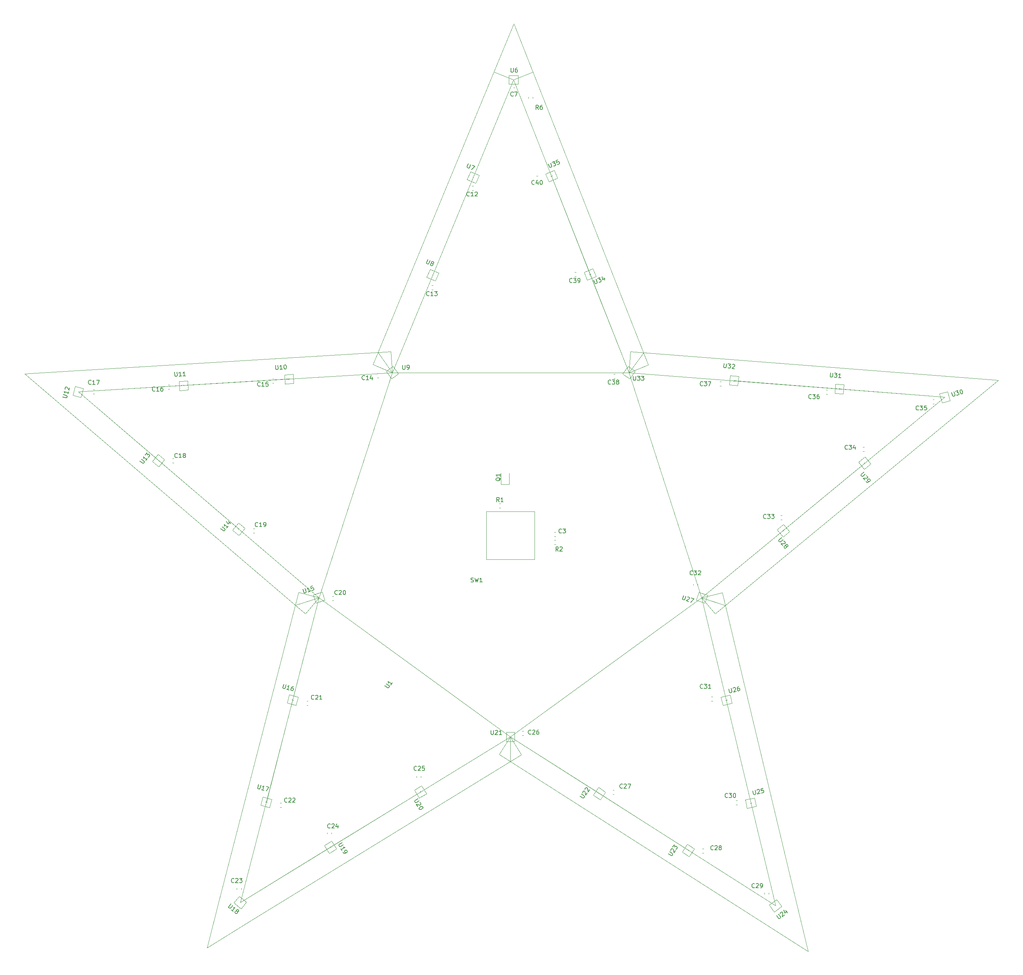
<source format=gbr>
G04 #@! TF.GenerationSoftware,KiCad,Pcbnew,(5.1.5)-3*
G04 #@! TF.CreationDate,2020-04-30T20:14:28+02:00*
G04 #@! TF.ProjectId,5-pointed-Star,352d706f-696e-4746-9564-2d537461722e,rev?*
G04 #@! TF.SameCoordinates,Original*
G04 #@! TF.FileFunction,Legend,Top*
G04 #@! TF.FilePolarity,Positive*
%FSLAX46Y46*%
G04 Gerber Fmt 4.6, Leading zero omitted, Abs format (unit mm)*
G04 Created by KiCad (PCBNEW (5.1.5)-3) date 2020-04-30 20:14:28*
%MOMM*%
%LPD*%
G04 APERTURE LIST*
%ADD10C,0.120000*%
%ADD11C,0.150000*%
G04 APERTURE END LIST*
D10*
X237960000Y-111850000D02*
X241470000Y-107110000D01*
X219840000Y-65220000D02*
X219420000Y-65420000D01*
X219620000Y-65330000D02*
X219840000Y-65220000D01*
X228790000Y-88590000D02*
X219620000Y-65330000D01*
X228960000Y-88510000D02*
X228630000Y-88670000D01*
X228790000Y-88590000D02*
X228960000Y-88510000D01*
X237960000Y-111850000D02*
X228790000Y-88590000D01*
X262900000Y-113590000D02*
X262850000Y-114010000D01*
X262880000Y-113790000D02*
X262900000Y-113590000D01*
X287810000Y-115730000D02*
X262880000Y-113790000D01*
X287830000Y-115500000D02*
X287790000Y-115950000D01*
X287810000Y-115730000D02*
X287830000Y-115500000D01*
X312740000Y-117670000D02*
X287810000Y-115730000D01*
X293910000Y-133430000D02*
X293670000Y-133180000D01*
X293790000Y-133310000D02*
X293910000Y-133430000D01*
X274510000Y-149220000D02*
X293790000Y-133310000D01*
X274620000Y-149350000D02*
X274390000Y-149080000D01*
X274510000Y-149220000D02*
X274620000Y-149350000D01*
X255230000Y-165130000D02*
X274510000Y-149220000D01*
X255230000Y-165130000D02*
X260820000Y-167000000D01*
X261260000Y-189390000D02*
X260860000Y-189480000D01*
X261050000Y-189440000D02*
X261260000Y-189390000D01*
X266870000Y-213760000D02*
X261050000Y-189440000D01*
X267050000Y-213720000D02*
X266670000Y-213810000D01*
X266870000Y-213760000D02*
X267050000Y-213720000D01*
X272690000Y-238070000D02*
X266870000Y-213760000D01*
X252150000Y-224830000D02*
X252030000Y-224990000D01*
X252080000Y-224930000D02*
X252150000Y-224830000D01*
X231000000Y-211480000D02*
X252080000Y-224930000D01*
X231090000Y-211370000D02*
X230920000Y-211580000D01*
X231000000Y-211480000D02*
X231090000Y-211370000D01*
X209920000Y-198040000D02*
X231000000Y-211480000D01*
X209920000Y-198040000D02*
X209850000Y-203940000D01*
X188530000Y-210980000D02*
X188690000Y-211220000D01*
X188620000Y-211110000D02*
X188530000Y-210980000D01*
X167310000Y-224190000D02*
X188620000Y-211110000D01*
X167380000Y-224280000D02*
X167240000Y-224090000D01*
X167310000Y-224190000D02*
X167380000Y-224280000D01*
X146000000Y-237270000D02*
X167310000Y-224190000D01*
X152280000Y-213610000D02*
X151900000Y-213500000D01*
X152110000Y-213560000D02*
X152280000Y-213610000D01*
X158360000Y-189350000D02*
X152110000Y-213560000D01*
X158580000Y-189410000D02*
X158150000Y-189290000D01*
X158360000Y-189350000D02*
X158580000Y-189410000D01*
X164600000Y-165140000D02*
X158360000Y-189350000D01*
X164600000Y-165140000D02*
X158980000Y-166920000D01*
X145670000Y-148800000D02*
X145500000Y-148970000D01*
X145590000Y-148890000D02*
X145670000Y-148800000D01*
X126600000Y-132660000D02*
X145590000Y-148890000D01*
X126520000Y-132730000D02*
X126690000Y-132570000D01*
X126600000Y-132660000D02*
X126520000Y-132730000D01*
X107590000Y-116410000D02*
X126600000Y-132660000D01*
X157500000Y-113200000D02*
X157520000Y-113540000D01*
X157510000Y-113360000D02*
X157500000Y-113200000D01*
X132550000Y-114880000D02*
X157510000Y-113360000D01*
X132540000Y-114750000D02*
X132560000Y-115020000D01*
X132550000Y-114880000D02*
X132540000Y-114750000D01*
X107590000Y-116410000D02*
X132550000Y-114880000D01*
X181960000Y-111850000D02*
X178540000Y-107040000D01*
X191590000Y-88780000D02*
X191420000Y-88700000D01*
X191520000Y-88750000D02*
X191590000Y-88780000D01*
X201080000Y-65650000D02*
X191520000Y-88750000D01*
X201160000Y-65680000D02*
X201010000Y-65610000D01*
X201080000Y-65650000D02*
X201160000Y-65680000D01*
X210640000Y-42550000D02*
X201080000Y-65650000D01*
X325470000Y-113690000D02*
X258410000Y-168990000D01*
X238350000Y-106860000D02*
X325470000Y-113690000D01*
X237960000Y-111850000D02*
X238350000Y-106860000D01*
X255230000Y-165130000D02*
X258410000Y-168990000D01*
X255230000Y-165130000D02*
X272690000Y-238070000D01*
X280430000Y-248910000D02*
X207230000Y-202260000D01*
X277550000Y-236900000D02*
X280430000Y-248910000D01*
X255230000Y-165130000D02*
X260090000Y-163960000D01*
X209920000Y-198040000D02*
X207230000Y-202260000D01*
X209920000Y-198040000D02*
X146000000Y-237270000D01*
X141160000Y-236020000D02*
X138070000Y-247990000D01*
X148610000Y-241530000D02*
X138070000Y-247990000D01*
X209920000Y-198040000D02*
X212530000Y-202300000D01*
X164600000Y-165140000D02*
X146000000Y-237270000D01*
X164600000Y-165140000D02*
X159760000Y-163890000D01*
X107280000Y-111410000D02*
X94900000Y-112160000D01*
X104340000Y-120210000D02*
X94900000Y-112160000D01*
X164600000Y-165140000D02*
X107590000Y-116410000D01*
X164600000Y-165140000D02*
X161350000Y-168940000D01*
X181960000Y-111850000D02*
X107590000Y-116410000D01*
X181960000Y-111850000D02*
X181650000Y-106850000D01*
X210760000Y-29230000D02*
X206020000Y-40640000D01*
X242610000Y-110020000D02*
X210760000Y-29230000D01*
X210640000Y-42550000D02*
X215290000Y-40720000D01*
X237960000Y-111850000D02*
X242610000Y-110020000D01*
X210640000Y-42550000D02*
X237960000Y-111850000D01*
X177340000Y-109940000D02*
X206020000Y-40640000D01*
X181960000Y-111850000D02*
X177340000Y-109940000D01*
X210640000Y-42550000D02*
X206020000Y-40640000D01*
X107280000Y-111410000D02*
X181650000Y-106850000D01*
X161350000Y-168940000D02*
X104340000Y-120210000D01*
X141160000Y-236020000D02*
X159760000Y-163890000D01*
X212530000Y-202300000D02*
X148610000Y-241530000D01*
X272690000Y-238070000D02*
X209920000Y-198040000D01*
X260090000Y-163960000D02*
X277550000Y-236900000D01*
X312740000Y-117670000D02*
X255230000Y-165130000D01*
X237960000Y-111850000D02*
X312740000Y-117670000D01*
X181960000Y-111850000D02*
X210640000Y-42550000D01*
X164600000Y-165140000D02*
X181960000Y-111850000D01*
X209920000Y-198040000D02*
X164600000Y-165140000D01*
X255230000Y-165130000D02*
X209920000Y-198040000D01*
X237960000Y-111850000D02*
X255230000Y-165130000D01*
X181960000Y-111850000D02*
X237960000Y-111850000D01*
X216402779Y-65320000D02*
X216077221Y-65320000D01*
X216402779Y-66340000D02*
X216077221Y-66340000D01*
X225462779Y-88100000D02*
X225137221Y-88100000D01*
X225462779Y-89120000D02*
X225137221Y-89120000D01*
X234672779Y-112220000D02*
X234347221Y-112220000D01*
X234672779Y-113240000D02*
X234347221Y-113240000D01*
X259832779Y-114010000D02*
X259507221Y-114010000D01*
X259832779Y-115030000D02*
X259507221Y-115030000D01*
X285002779Y-115970000D02*
X284677221Y-115970000D01*
X285002779Y-116990000D02*
X284677221Y-116990000D01*
X310262779Y-118220000D02*
X309937221Y-118220000D01*
X310262779Y-119240000D02*
X309937221Y-119240000D01*
X293682779Y-129480000D02*
X293357221Y-129480000D01*
X293682779Y-130500000D02*
X293357221Y-130500000D01*
X274262779Y-145690000D02*
X273937221Y-145690000D01*
X274262779Y-146710000D02*
X273937221Y-146710000D01*
X254240000Y-162212779D02*
X254240000Y-161887221D01*
X253220000Y-162212779D02*
X253220000Y-161887221D01*
X257832779Y-188600000D02*
X257507221Y-188600000D01*
X257832779Y-189620000D02*
X257507221Y-189620000D01*
X263652779Y-213140000D02*
X263327221Y-213140000D01*
X263652779Y-214160000D02*
X263327221Y-214160000D01*
X271100000Y-235322779D02*
X271100000Y-234997221D01*
X270080000Y-235322779D02*
X270080000Y-234997221D01*
X255387221Y-225570000D02*
X255712779Y-225570000D01*
X255387221Y-224550000D02*
X255712779Y-224550000D01*
X234157221Y-211740000D02*
X234482779Y-211740000D01*
X234157221Y-210720000D02*
X234482779Y-210720000D01*
X212687221Y-197740000D02*
X213012779Y-197740000D01*
X212687221Y-196720000D02*
X213012779Y-196720000D01*
X188730000Y-207702779D02*
X188730000Y-207377221D01*
X187710000Y-207702779D02*
X187710000Y-207377221D01*
X167530000Y-221052779D02*
X167530000Y-220727221D01*
X166510000Y-221052779D02*
X166510000Y-220727221D01*
X146180000Y-234202779D02*
X146180000Y-233877221D01*
X145160000Y-234202779D02*
X145160000Y-233877221D01*
X155387221Y-214790000D02*
X155712779Y-214790000D01*
X155387221Y-213770000D02*
X155712779Y-213770000D01*
X161677221Y-190630000D02*
X162002779Y-190630000D01*
X161677221Y-189610000D02*
X162002779Y-189610000D01*
X167757221Y-165830000D02*
X168082779Y-165830000D01*
X167757221Y-164810000D02*
X168082779Y-164810000D01*
X149047221Y-149840000D02*
X149372779Y-149840000D01*
X149047221Y-148820000D02*
X149372779Y-148820000D01*
X129867221Y-133250000D02*
X130192779Y-133250000D01*
X129867221Y-132230000D02*
X130192779Y-132230000D01*
X111107221Y-116910000D02*
X111432779Y-116910000D01*
X111107221Y-115890000D02*
X111432779Y-115890000D01*
X129172779Y-114790000D02*
X128847221Y-114790000D01*
X129172779Y-115810000D02*
X128847221Y-115810000D01*
X153882779Y-113330000D02*
X153557221Y-113330000D01*
X153882779Y-114350000D02*
X153557221Y-114350000D01*
X178712779Y-112090000D02*
X178387221Y-112090000D01*
X178712779Y-113110000D02*
X178387221Y-113110000D01*
X191612779Y-91190000D02*
X191287221Y-91190000D01*
X191612779Y-92210000D02*
X191287221Y-92210000D01*
X201162779Y-67690000D02*
X200837221Y-67690000D01*
X201162779Y-68710000D02*
X200837221Y-68710000D01*
X210942779Y-44410000D02*
X210617221Y-44410000D01*
X210942779Y-45430000D02*
X210617221Y-45430000D01*
X220602779Y-149640000D02*
X220277221Y-149640000D01*
X220602779Y-150660000D02*
X220277221Y-150660000D01*
X218260196Y-64814135D02*
X220300000Y-63990000D01*
X218297656Y-64906853D02*
X218260196Y-64814135D01*
X219009409Y-66668502D02*
X218297656Y-64906853D01*
X221049213Y-65844368D02*
X219009409Y-66668502D01*
X220300000Y-63990000D02*
X221049213Y-65844368D01*
X227406123Y-88058409D02*
X229460000Y-87270000D01*
X227441960Y-88151768D02*
X227406123Y-88058409D01*
X228122859Y-89925570D02*
X227441960Y-88151768D01*
X230176736Y-89137161D02*
X228122859Y-89925570D01*
X229460000Y-87270000D02*
X230176736Y-89137161D01*
X236516872Y-112149837D02*
X237810000Y-110370000D01*
X236597774Y-112208616D02*
X236516872Y-112149837D01*
X238134906Y-113325408D02*
X236597774Y-112208616D01*
X239428034Y-111545571D02*
X238134906Y-113325408D01*
X237810000Y-110370000D02*
X239428034Y-111545571D01*
X261778257Y-114791628D02*
X261970000Y-112600000D01*
X261877877Y-114800344D02*
X261778257Y-114791628D01*
X263770647Y-114965940D02*
X261877877Y-114800344D01*
X263962389Y-112774311D02*
X263770647Y-114965940D01*
X261970000Y-112600000D02*
X263962389Y-112774311D01*
X286726536Y-116764641D02*
X286880000Y-114570000D01*
X286826292Y-116771617D02*
X286726536Y-116764641D01*
X288721664Y-116904154D02*
X286826292Y-116771617D01*
X288875128Y-114709513D02*
X288721664Y-116904154D01*
X286880000Y-114570000D02*
X288875128Y-114709513D01*
X312136402Y-119034776D02*
X311530000Y-116920000D01*
X312232528Y-119007212D02*
X312136402Y-119034776D01*
X314058926Y-118483501D02*
X312232528Y-119007212D01*
X313452523Y-116368725D02*
X314058926Y-118483501D01*
X311530000Y-116920000D02*
X313452523Y-116368725D01*
X293855867Y-131804702D02*
X295270000Y-133490000D01*
X293779263Y-131868981D02*
X293855867Y-131804702D01*
X292323778Y-133090277D02*
X293779263Y-131868981D01*
X293737911Y-134775575D02*
X292323778Y-133090277D01*
X295270000Y-133490000D02*
X293737911Y-134775575D01*
X274615867Y-147754702D02*
X276030000Y-149440000D01*
X274539263Y-147818981D02*
X274615867Y-147754702D01*
X273083778Y-149040277D02*
X274539263Y-147818981D01*
X274497911Y-150725575D02*
X273083778Y-149040277D01*
X276030000Y-149440000D02*
X274497911Y-150725575D01*
X254505428Y-163850575D02*
X256597752Y-164530412D01*
X254474526Y-163945680D02*
X254505428Y-163850575D01*
X253887394Y-165752688D02*
X254474526Y-163945680D01*
X255979718Y-166432525D02*
X253887394Y-165752688D01*
X256597752Y-164530412D02*
X255979718Y-166432525D01*
X259776386Y-188704892D02*
X261920000Y-188210000D01*
X259798881Y-188802329D02*
X259776386Y-188704892D01*
X260226288Y-190653632D02*
X259798881Y-188802329D01*
X262369902Y-190158740D02*
X260226288Y-190653632D01*
X261920000Y-188210000D02*
X262369902Y-190158740D01*
X265558075Y-213017406D02*
X267710000Y-212560000D01*
X265578866Y-213115220D02*
X265558075Y-213017406D01*
X265973899Y-214973701D02*
X265578866Y-213115220D01*
X268125823Y-214516295D02*
X265973899Y-214973701D01*
X267710000Y-212560000D02*
X268125823Y-214516295D01*
X271230163Y-237913128D02*
X273010000Y-236620000D01*
X271288941Y-237994029D02*
X271230163Y-237913128D01*
X272405733Y-239531162D02*
X271288941Y-237994029D01*
X274185571Y-238238034D02*
X272405733Y-239531162D01*
X273010000Y-236620000D02*
X274185571Y-238238034D01*
X253488459Y-224613377D02*
X252258235Y-226437260D01*
X253405556Y-224557458D02*
X253488459Y-224613377D01*
X251830384Y-223494992D02*
X253405556Y-224557458D01*
X250600160Y-225318874D02*
X251830384Y-223494992D01*
X252258235Y-226437260D02*
X250600160Y-225318874D01*
X232420224Y-211166117D02*
X231190000Y-212990000D01*
X232337321Y-211110198D02*
X232420224Y-211166117D01*
X230762149Y-210047732D02*
X232337321Y-211110198D01*
X229531925Y-211871614D02*
X230762149Y-210047732D01*
X231190000Y-212990000D02*
X229531925Y-211871614D01*
X210920000Y-196940000D02*
X210920000Y-199140000D01*
X210820000Y-196940000D02*
X210920000Y-196940000D01*
X208920000Y-196940000D02*
X210820000Y-196940000D01*
X208920000Y-199140000D02*
X208920000Y-196940000D01*
X210920000Y-199140000D02*
X208920000Y-199140000D01*
X188917923Y-209661041D02*
X190051007Y-211546809D01*
X188832207Y-209712545D02*
X188917923Y-209661041D01*
X187203589Y-210691117D02*
X188832207Y-209712545D01*
X188336672Y-212576885D02*
X187203589Y-210691117D01*
X190051007Y-211546809D02*
X188336672Y-212576885D01*
X167594178Y-222744294D02*
X168760000Y-224610000D01*
X167509373Y-222797286D02*
X167594178Y-222744294D01*
X165898081Y-223804133D02*
X167509373Y-222797286D01*
X167063904Y-225669839D02*
X165898081Y-223804133D01*
X168760000Y-224610000D02*
X167063904Y-225669839D01*
X145704702Y-235815867D02*
X147390000Y-237230000D01*
X145640423Y-235892472D02*
X145704702Y-235815867D01*
X144419127Y-237347956D02*
X145640423Y-235892472D01*
X146104425Y-238762089D02*
X144419127Y-237347956D01*
X147390000Y-237230000D02*
X146104425Y-238762089D01*
X152917527Y-214805067D02*
X150792490Y-214235665D01*
X152943409Y-214708474D02*
X152917527Y-214805067D01*
X153435165Y-212873215D02*
X152943409Y-214708474D01*
X151310128Y-212303813D02*
X153435165Y-212873215D01*
X150792490Y-214235665D02*
X151310128Y-212303813D01*
X159175037Y-190589402D02*
X157050000Y-190020000D01*
X159200919Y-190492809D02*
X159175037Y-190589402D01*
X159692675Y-188657550D02*
X159200919Y-190492809D01*
X157567638Y-188088148D02*
X159692675Y-188657550D01*
X157050000Y-190020000D02*
X157567638Y-188088148D01*
X165942324Y-165720163D02*
X163850000Y-166400000D01*
X165911423Y-165625057D02*
X165942324Y-165720163D01*
X165324290Y-163818050D02*
X165911423Y-165625057D01*
X163231966Y-164497887D02*
X165324290Y-163818050D01*
X163850000Y-166400000D02*
X163231966Y-164497887D01*
X147053636Y-148707536D02*
X145639503Y-150392834D01*
X146977031Y-148643257D02*
X147053636Y-148707536D01*
X145521547Y-147421961D02*
X146977031Y-148643257D01*
X144107414Y-149107259D02*
X145521547Y-147421961D01*
X145639503Y-150392834D02*
X144107414Y-149107259D01*
X128054133Y-132484702D02*
X126640000Y-134170000D01*
X127977528Y-132420423D02*
X128054133Y-132484702D01*
X126522044Y-131199127D02*
X127977528Y-132420423D01*
X125107911Y-132884425D02*
X126522044Y-131199127D01*
X126640000Y-134170000D02*
X125107911Y-132884425D01*
X108812548Y-115617772D02*
X108243146Y-117742809D01*
X108715955Y-115591890D02*
X108812548Y-115617772D01*
X106880696Y-115100134D02*
X108715955Y-115591890D01*
X106311294Y-117225171D02*
X106880696Y-115100134D01*
X108243146Y-117742809D02*
X106311294Y-117225171D01*
X131615139Y-116096985D02*
X131500000Y-113900000D01*
X131715002Y-116091751D02*
X131615139Y-116096985D01*
X133612398Y-115992313D02*
X131715002Y-116091751D01*
X133497259Y-113795328D02*
X133612398Y-115992313D01*
X131500000Y-113900000D02*
X133497259Y-113795328D01*
X156575139Y-114556985D02*
X156460000Y-112360000D01*
X156675002Y-114551751D02*
X156575139Y-114556985D01*
X158572398Y-114452313D02*
X156675002Y-114551751D01*
X158457259Y-112255328D02*
X158572398Y-114452313D01*
X156460000Y-112360000D02*
X158457259Y-112255328D01*
X181766426Y-113320586D02*
X180504558Y-111518452D01*
X181848341Y-113263229D02*
X181766426Y-113320586D01*
X183404730Y-112173434D02*
X181848341Y-113263229D01*
X182142862Y-110371299D02*
X183404730Y-112173434D01*
X180504558Y-111518452D02*
X182142862Y-110371299D01*
X192144660Y-90109067D02*
X190119549Y-89249459D01*
X192183733Y-90017017D02*
X192144660Y-90109067D01*
X192926122Y-88268058D02*
X192183733Y-90017017D01*
X190901011Y-87408449D02*
X192926122Y-88268058D01*
X190119549Y-89249459D02*
X190901011Y-87408449D01*
X201705111Y-67009608D02*
X199680000Y-66150000D01*
X201744184Y-66917558D02*
X201705111Y-67009608D01*
X202486573Y-65168599D02*
X201744184Y-66917558D01*
X200461462Y-64308990D02*
X202486573Y-65168599D01*
X199680000Y-66150000D02*
X200461462Y-64308990D01*
X211760000Y-43550000D02*
X209560000Y-43550000D01*
X211760000Y-43450000D02*
X211760000Y-43550000D01*
X211760000Y-41550000D02*
X211760000Y-43450000D01*
X209560000Y-41550000D02*
X211760000Y-41550000D01*
X209560000Y-43550000D02*
X209560000Y-41550000D01*
X204240000Y-144700000D02*
X215640000Y-144700000D01*
X204240000Y-156100000D02*
X204240000Y-144700000D01*
X215640000Y-156100000D02*
X204240000Y-156100000D01*
X215640000Y-144700000D02*
X215640000Y-156100000D01*
X214240000Y-46587221D02*
X214240000Y-46912779D01*
X215260000Y-46587221D02*
X215260000Y-46912779D01*
X220602779Y-151490000D02*
X220277221Y-151490000D01*
X220602779Y-152510000D02*
X220277221Y-152510000D01*
X207277221Y-143910000D02*
X207602779Y-143910000D01*
X207277221Y-142890000D02*
X207602779Y-142890000D01*
X209650000Y-138335000D02*
X209650000Y-135650000D01*
X207730000Y-138335000D02*
X209650000Y-138335000D01*
X207730000Y-135650000D02*
X207730000Y-138335000D01*
D11*
X180202249Y-185985322D02*
X180857168Y-186461148D01*
X180962207Y-186478603D01*
X181028721Y-186468068D01*
X181123225Y-186419009D01*
X181235184Y-186264910D01*
X181252639Y-186159871D01*
X181242104Y-186093357D01*
X181193045Y-185998853D01*
X180538126Y-185523027D01*
X181934929Y-185301795D02*
X181599051Y-185764090D01*
X181766990Y-185532943D02*
X180957973Y-184945157D01*
X181017567Y-185106176D01*
X181038637Y-185239205D01*
X181021182Y-185344244D01*
X215597142Y-67237142D02*
X215549523Y-67284761D01*
X215406666Y-67332380D01*
X215311428Y-67332380D01*
X215168571Y-67284761D01*
X215073333Y-67189523D01*
X215025714Y-67094285D01*
X214978095Y-66903809D01*
X214978095Y-66760952D01*
X215025714Y-66570476D01*
X215073333Y-66475238D01*
X215168571Y-66380000D01*
X215311428Y-66332380D01*
X215406666Y-66332380D01*
X215549523Y-66380000D01*
X215597142Y-66427619D01*
X216454285Y-66665714D02*
X216454285Y-67332380D01*
X216216190Y-66284761D02*
X215978095Y-66999047D01*
X216597142Y-66999047D01*
X217168571Y-66332380D02*
X217263809Y-66332380D01*
X217359047Y-66380000D01*
X217406666Y-66427619D01*
X217454285Y-66522857D01*
X217501904Y-66713333D01*
X217501904Y-66951428D01*
X217454285Y-67141904D01*
X217406666Y-67237142D01*
X217359047Y-67284761D01*
X217263809Y-67332380D01*
X217168571Y-67332380D01*
X217073333Y-67284761D01*
X217025714Y-67237142D01*
X216978095Y-67141904D01*
X216930476Y-66951428D01*
X216930476Y-66713333D01*
X216978095Y-66522857D01*
X217025714Y-66427619D01*
X217073333Y-66380000D01*
X217168571Y-66332380D01*
X224527142Y-90467142D02*
X224479523Y-90514761D01*
X224336666Y-90562380D01*
X224241428Y-90562380D01*
X224098571Y-90514761D01*
X224003333Y-90419523D01*
X223955714Y-90324285D01*
X223908095Y-90133809D01*
X223908095Y-89990952D01*
X223955714Y-89800476D01*
X224003333Y-89705238D01*
X224098571Y-89610000D01*
X224241428Y-89562380D01*
X224336666Y-89562380D01*
X224479523Y-89610000D01*
X224527142Y-89657619D01*
X224860476Y-89562380D02*
X225479523Y-89562380D01*
X225146190Y-89943333D01*
X225289047Y-89943333D01*
X225384285Y-89990952D01*
X225431904Y-90038571D01*
X225479523Y-90133809D01*
X225479523Y-90371904D01*
X225431904Y-90467142D01*
X225384285Y-90514761D01*
X225289047Y-90562380D01*
X225003333Y-90562380D01*
X224908095Y-90514761D01*
X224860476Y-90467142D01*
X225955714Y-90562380D02*
X226146190Y-90562380D01*
X226241428Y-90514761D01*
X226289047Y-90467142D01*
X226384285Y-90324285D01*
X226431904Y-90133809D01*
X226431904Y-89752857D01*
X226384285Y-89657619D01*
X226336666Y-89610000D01*
X226241428Y-89562380D01*
X226050952Y-89562380D01*
X225955714Y-89610000D01*
X225908095Y-89657619D01*
X225860476Y-89752857D01*
X225860476Y-89990952D01*
X225908095Y-90086190D01*
X225955714Y-90133809D01*
X226050952Y-90181428D01*
X226241428Y-90181428D01*
X226336666Y-90133809D01*
X226384285Y-90086190D01*
X226431904Y-89990952D01*
X233687142Y-114517142D02*
X233639523Y-114564761D01*
X233496666Y-114612380D01*
X233401428Y-114612380D01*
X233258571Y-114564761D01*
X233163333Y-114469523D01*
X233115714Y-114374285D01*
X233068095Y-114183809D01*
X233068095Y-114040952D01*
X233115714Y-113850476D01*
X233163333Y-113755238D01*
X233258571Y-113660000D01*
X233401428Y-113612380D01*
X233496666Y-113612380D01*
X233639523Y-113660000D01*
X233687142Y-113707619D01*
X234020476Y-113612380D02*
X234639523Y-113612380D01*
X234306190Y-113993333D01*
X234449047Y-113993333D01*
X234544285Y-114040952D01*
X234591904Y-114088571D01*
X234639523Y-114183809D01*
X234639523Y-114421904D01*
X234591904Y-114517142D01*
X234544285Y-114564761D01*
X234449047Y-114612380D01*
X234163333Y-114612380D01*
X234068095Y-114564761D01*
X234020476Y-114517142D01*
X235210952Y-114040952D02*
X235115714Y-113993333D01*
X235068095Y-113945714D01*
X235020476Y-113850476D01*
X235020476Y-113802857D01*
X235068095Y-113707619D01*
X235115714Y-113660000D01*
X235210952Y-113612380D01*
X235401428Y-113612380D01*
X235496666Y-113660000D01*
X235544285Y-113707619D01*
X235591904Y-113802857D01*
X235591904Y-113850476D01*
X235544285Y-113945714D01*
X235496666Y-113993333D01*
X235401428Y-114040952D01*
X235210952Y-114040952D01*
X235115714Y-114088571D01*
X235068095Y-114136190D01*
X235020476Y-114231428D01*
X235020476Y-114421904D01*
X235068095Y-114517142D01*
X235115714Y-114564761D01*
X235210952Y-114612380D01*
X235401428Y-114612380D01*
X235496666Y-114564761D01*
X235544285Y-114517142D01*
X235591904Y-114421904D01*
X235591904Y-114231428D01*
X235544285Y-114136190D01*
X235496666Y-114088571D01*
X235401428Y-114040952D01*
X255477142Y-114887142D02*
X255429523Y-114934761D01*
X255286666Y-114982380D01*
X255191428Y-114982380D01*
X255048571Y-114934761D01*
X254953333Y-114839523D01*
X254905714Y-114744285D01*
X254858095Y-114553809D01*
X254858095Y-114410952D01*
X254905714Y-114220476D01*
X254953333Y-114125238D01*
X255048571Y-114030000D01*
X255191428Y-113982380D01*
X255286666Y-113982380D01*
X255429523Y-114030000D01*
X255477142Y-114077619D01*
X255810476Y-113982380D02*
X256429523Y-113982380D01*
X256096190Y-114363333D01*
X256239047Y-114363333D01*
X256334285Y-114410952D01*
X256381904Y-114458571D01*
X256429523Y-114553809D01*
X256429523Y-114791904D01*
X256381904Y-114887142D01*
X256334285Y-114934761D01*
X256239047Y-114982380D01*
X255953333Y-114982380D01*
X255858095Y-114934761D01*
X255810476Y-114887142D01*
X256762857Y-113982380D02*
X257429523Y-113982380D01*
X257000952Y-114982380D01*
X281177142Y-117937142D02*
X281129523Y-117984761D01*
X280986666Y-118032380D01*
X280891428Y-118032380D01*
X280748571Y-117984761D01*
X280653333Y-117889523D01*
X280605714Y-117794285D01*
X280558095Y-117603809D01*
X280558095Y-117460952D01*
X280605714Y-117270476D01*
X280653333Y-117175238D01*
X280748571Y-117080000D01*
X280891428Y-117032380D01*
X280986666Y-117032380D01*
X281129523Y-117080000D01*
X281177142Y-117127619D01*
X281510476Y-117032380D02*
X282129523Y-117032380D01*
X281796190Y-117413333D01*
X281939047Y-117413333D01*
X282034285Y-117460952D01*
X282081904Y-117508571D01*
X282129523Y-117603809D01*
X282129523Y-117841904D01*
X282081904Y-117937142D01*
X282034285Y-117984761D01*
X281939047Y-118032380D01*
X281653333Y-118032380D01*
X281558095Y-117984761D01*
X281510476Y-117937142D01*
X282986666Y-117032380D02*
X282796190Y-117032380D01*
X282700952Y-117080000D01*
X282653333Y-117127619D01*
X282558095Y-117270476D01*
X282510476Y-117460952D01*
X282510476Y-117841904D01*
X282558095Y-117937142D01*
X282605714Y-117984761D01*
X282700952Y-118032380D01*
X282891428Y-118032380D01*
X282986666Y-117984761D01*
X283034285Y-117937142D01*
X283081904Y-117841904D01*
X283081904Y-117603809D01*
X283034285Y-117508571D01*
X282986666Y-117460952D01*
X282891428Y-117413333D01*
X282700952Y-117413333D01*
X282605714Y-117460952D01*
X282558095Y-117508571D01*
X282510476Y-117603809D01*
X306587142Y-120627142D02*
X306539523Y-120674761D01*
X306396666Y-120722380D01*
X306301428Y-120722380D01*
X306158571Y-120674761D01*
X306063333Y-120579523D01*
X306015714Y-120484285D01*
X305968095Y-120293809D01*
X305968095Y-120150952D01*
X306015714Y-119960476D01*
X306063333Y-119865238D01*
X306158571Y-119770000D01*
X306301428Y-119722380D01*
X306396666Y-119722380D01*
X306539523Y-119770000D01*
X306587142Y-119817619D01*
X306920476Y-119722380D02*
X307539523Y-119722380D01*
X307206190Y-120103333D01*
X307349047Y-120103333D01*
X307444285Y-120150952D01*
X307491904Y-120198571D01*
X307539523Y-120293809D01*
X307539523Y-120531904D01*
X307491904Y-120627142D01*
X307444285Y-120674761D01*
X307349047Y-120722380D01*
X307063333Y-120722380D01*
X306968095Y-120674761D01*
X306920476Y-120627142D01*
X308444285Y-119722380D02*
X307968095Y-119722380D01*
X307920476Y-120198571D01*
X307968095Y-120150952D01*
X308063333Y-120103333D01*
X308301428Y-120103333D01*
X308396666Y-120150952D01*
X308444285Y-120198571D01*
X308491904Y-120293809D01*
X308491904Y-120531904D01*
X308444285Y-120627142D01*
X308396666Y-120674761D01*
X308301428Y-120722380D01*
X308063333Y-120722380D01*
X307968095Y-120674761D01*
X307920476Y-120627142D01*
X289757142Y-129947142D02*
X289709523Y-129994761D01*
X289566666Y-130042380D01*
X289471428Y-130042380D01*
X289328571Y-129994761D01*
X289233333Y-129899523D01*
X289185714Y-129804285D01*
X289138095Y-129613809D01*
X289138095Y-129470952D01*
X289185714Y-129280476D01*
X289233333Y-129185238D01*
X289328571Y-129090000D01*
X289471428Y-129042380D01*
X289566666Y-129042380D01*
X289709523Y-129090000D01*
X289757142Y-129137619D01*
X290090476Y-129042380D02*
X290709523Y-129042380D01*
X290376190Y-129423333D01*
X290519047Y-129423333D01*
X290614285Y-129470952D01*
X290661904Y-129518571D01*
X290709523Y-129613809D01*
X290709523Y-129851904D01*
X290661904Y-129947142D01*
X290614285Y-129994761D01*
X290519047Y-130042380D01*
X290233333Y-130042380D01*
X290138095Y-129994761D01*
X290090476Y-129947142D01*
X291566666Y-129375714D02*
X291566666Y-130042380D01*
X291328571Y-128994761D02*
X291090476Y-129709047D01*
X291709523Y-129709047D01*
X270457142Y-146307142D02*
X270409523Y-146354761D01*
X270266666Y-146402380D01*
X270171428Y-146402380D01*
X270028571Y-146354761D01*
X269933333Y-146259523D01*
X269885714Y-146164285D01*
X269838095Y-145973809D01*
X269838095Y-145830952D01*
X269885714Y-145640476D01*
X269933333Y-145545238D01*
X270028571Y-145450000D01*
X270171428Y-145402380D01*
X270266666Y-145402380D01*
X270409523Y-145450000D01*
X270457142Y-145497619D01*
X270790476Y-145402380D02*
X271409523Y-145402380D01*
X271076190Y-145783333D01*
X271219047Y-145783333D01*
X271314285Y-145830952D01*
X271361904Y-145878571D01*
X271409523Y-145973809D01*
X271409523Y-146211904D01*
X271361904Y-146307142D01*
X271314285Y-146354761D01*
X271219047Y-146402380D01*
X270933333Y-146402380D01*
X270838095Y-146354761D01*
X270790476Y-146307142D01*
X271742857Y-145402380D02*
X272361904Y-145402380D01*
X272028571Y-145783333D01*
X272171428Y-145783333D01*
X272266666Y-145830952D01*
X272314285Y-145878571D01*
X272361904Y-145973809D01*
X272361904Y-146211904D01*
X272314285Y-146307142D01*
X272266666Y-146354761D01*
X272171428Y-146402380D01*
X271885714Y-146402380D01*
X271790476Y-146354761D01*
X271742857Y-146307142D01*
X253087142Y-159657142D02*
X253039523Y-159704761D01*
X252896666Y-159752380D01*
X252801428Y-159752380D01*
X252658571Y-159704761D01*
X252563333Y-159609523D01*
X252515714Y-159514285D01*
X252468095Y-159323809D01*
X252468095Y-159180952D01*
X252515714Y-158990476D01*
X252563333Y-158895238D01*
X252658571Y-158800000D01*
X252801428Y-158752380D01*
X252896666Y-158752380D01*
X253039523Y-158800000D01*
X253087142Y-158847619D01*
X253420476Y-158752380D02*
X254039523Y-158752380D01*
X253706190Y-159133333D01*
X253849047Y-159133333D01*
X253944285Y-159180952D01*
X253991904Y-159228571D01*
X254039523Y-159323809D01*
X254039523Y-159561904D01*
X253991904Y-159657142D01*
X253944285Y-159704761D01*
X253849047Y-159752380D01*
X253563333Y-159752380D01*
X253468095Y-159704761D01*
X253420476Y-159657142D01*
X254420476Y-158847619D02*
X254468095Y-158800000D01*
X254563333Y-158752380D01*
X254801428Y-158752380D01*
X254896666Y-158800000D01*
X254944285Y-158847619D01*
X254991904Y-158942857D01*
X254991904Y-159038095D01*
X254944285Y-159180952D01*
X254372857Y-159752380D01*
X254991904Y-159752380D01*
X255477142Y-186532142D02*
X255429523Y-186579761D01*
X255286666Y-186627380D01*
X255191428Y-186627380D01*
X255048571Y-186579761D01*
X254953333Y-186484523D01*
X254905714Y-186389285D01*
X254858095Y-186198809D01*
X254858095Y-186055952D01*
X254905714Y-185865476D01*
X254953333Y-185770238D01*
X255048571Y-185675000D01*
X255191428Y-185627380D01*
X255286666Y-185627380D01*
X255429523Y-185675000D01*
X255477142Y-185722619D01*
X255810476Y-185627380D02*
X256429523Y-185627380D01*
X256096190Y-186008333D01*
X256239047Y-186008333D01*
X256334285Y-186055952D01*
X256381904Y-186103571D01*
X256429523Y-186198809D01*
X256429523Y-186436904D01*
X256381904Y-186532142D01*
X256334285Y-186579761D01*
X256239047Y-186627380D01*
X255953333Y-186627380D01*
X255858095Y-186579761D01*
X255810476Y-186532142D01*
X257381904Y-186627380D02*
X256810476Y-186627380D01*
X257096190Y-186627380D02*
X257096190Y-185627380D01*
X257000952Y-185770238D01*
X256905714Y-185865476D01*
X256810476Y-185913095D01*
X261357142Y-212357142D02*
X261309523Y-212404761D01*
X261166666Y-212452380D01*
X261071428Y-212452380D01*
X260928571Y-212404761D01*
X260833333Y-212309523D01*
X260785714Y-212214285D01*
X260738095Y-212023809D01*
X260738095Y-211880952D01*
X260785714Y-211690476D01*
X260833333Y-211595238D01*
X260928571Y-211500000D01*
X261071428Y-211452380D01*
X261166666Y-211452380D01*
X261309523Y-211500000D01*
X261357142Y-211547619D01*
X261690476Y-211452380D02*
X262309523Y-211452380D01*
X261976190Y-211833333D01*
X262119047Y-211833333D01*
X262214285Y-211880952D01*
X262261904Y-211928571D01*
X262309523Y-212023809D01*
X262309523Y-212261904D01*
X262261904Y-212357142D01*
X262214285Y-212404761D01*
X262119047Y-212452380D01*
X261833333Y-212452380D01*
X261738095Y-212404761D01*
X261690476Y-212357142D01*
X262928571Y-211452380D02*
X263023809Y-211452380D01*
X263119047Y-211500000D01*
X263166666Y-211547619D01*
X263214285Y-211642857D01*
X263261904Y-211833333D01*
X263261904Y-212071428D01*
X263214285Y-212261904D01*
X263166666Y-212357142D01*
X263119047Y-212404761D01*
X263023809Y-212452380D01*
X262928571Y-212452380D01*
X262833333Y-212404761D01*
X262785714Y-212357142D01*
X262738095Y-212261904D01*
X262690476Y-212071428D01*
X262690476Y-211833333D01*
X262738095Y-211642857D01*
X262785714Y-211547619D01*
X262833333Y-211500000D01*
X262928571Y-211452380D01*
X267727142Y-233717142D02*
X267679523Y-233764761D01*
X267536666Y-233812380D01*
X267441428Y-233812380D01*
X267298571Y-233764761D01*
X267203333Y-233669523D01*
X267155714Y-233574285D01*
X267108095Y-233383809D01*
X267108095Y-233240952D01*
X267155714Y-233050476D01*
X267203333Y-232955238D01*
X267298571Y-232860000D01*
X267441428Y-232812380D01*
X267536666Y-232812380D01*
X267679523Y-232860000D01*
X267727142Y-232907619D01*
X268108095Y-232907619D02*
X268155714Y-232860000D01*
X268250952Y-232812380D01*
X268489047Y-232812380D01*
X268584285Y-232860000D01*
X268631904Y-232907619D01*
X268679523Y-233002857D01*
X268679523Y-233098095D01*
X268631904Y-233240952D01*
X268060476Y-233812380D01*
X268679523Y-233812380D01*
X269155714Y-233812380D02*
X269346190Y-233812380D01*
X269441428Y-233764761D01*
X269489047Y-233717142D01*
X269584285Y-233574285D01*
X269631904Y-233383809D01*
X269631904Y-233002857D01*
X269584285Y-232907619D01*
X269536666Y-232860000D01*
X269441428Y-232812380D01*
X269250952Y-232812380D01*
X269155714Y-232860000D01*
X269108095Y-232907619D01*
X269060476Y-233002857D01*
X269060476Y-233240952D01*
X269108095Y-233336190D01*
X269155714Y-233383809D01*
X269250952Y-233431428D01*
X269441428Y-233431428D01*
X269536666Y-233383809D01*
X269584285Y-233336190D01*
X269631904Y-233240952D01*
X257977142Y-224757142D02*
X257929523Y-224804761D01*
X257786666Y-224852380D01*
X257691428Y-224852380D01*
X257548571Y-224804761D01*
X257453333Y-224709523D01*
X257405714Y-224614285D01*
X257358095Y-224423809D01*
X257358095Y-224280952D01*
X257405714Y-224090476D01*
X257453333Y-223995238D01*
X257548571Y-223900000D01*
X257691428Y-223852380D01*
X257786666Y-223852380D01*
X257929523Y-223900000D01*
X257977142Y-223947619D01*
X258358095Y-223947619D02*
X258405714Y-223900000D01*
X258500952Y-223852380D01*
X258739047Y-223852380D01*
X258834285Y-223900000D01*
X258881904Y-223947619D01*
X258929523Y-224042857D01*
X258929523Y-224138095D01*
X258881904Y-224280952D01*
X258310476Y-224852380D01*
X258929523Y-224852380D01*
X259500952Y-224280952D02*
X259405714Y-224233333D01*
X259358095Y-224185714D01*
X259310476Y-224090476D01*
X259310476Y-224042857D01*
X259358095Y-223947619D01*
X259405714Y-223900000D01*
X259500952Y-223852380D01*
X259691428Y-223852380D01*
X259786666Y-223900000D01*
X259834285Y-223947619D01*
X259881904Y-224042857D01*
X259881904Y-224090476D01*
X259834285Y-224185714D01*
X259786666Y-224233333D01*
X259691428Y-224280952D01*
X259500952Y-224280952D01*
X259405714Y-224328571D01*
X259358095Y-224376190D01*
X259310476Y-224471428D01*
X259310476Y-224661904D01*
X259358095Y-224757142D01*
X259405714Y-224804761D01*
X259500952Y-224852380D01*
X259691428Y-224852380D01*
X259786666Y-224804761D01*
X259834285Y-224757142D01*
X259881904Y-224661904D01*
X259881904Y-224471428D01*
X259834285Y-224376190D01*
X259786666Y-224328571D01*
X259691428Y-224280952D01*
X236457142Y-210147142D02*
X236409523Y-210194761D01*
X236266666Y-210242380D01*
X236171428Y-210242380D01*
X236028571Y-210194761D01*
X235933333Y-210099523D01*
X235885714Y-210004285D01*
X235838095Y-209813809D01*
X235838095Y-209670952D01*
X235885714Y-209480476D01*
X235933333Y-209385238D01*
X236028571Y-209290000D01*
X236171428Y-209242380D01*
X236266666Y-209242380D01*
X236409523Y-209290000D01*
X236457142Y-209337619D01*
X236838095Y-209337619D02*
X236885714Y-209290000D01*
X236980952Y-209242380D01*
X237219047Y-209242380D01*
X237314285Y-209290000D01*
X237361904Y-209337619D01*
X237409523Y-209432857D01*
X237409523Y-209528095D01*
X237361904Y-209670952D01*
X236790476Y-210242380D01*
X237409523Y-210242380D01*
X237742857Y-209242380D02*
X238409523Y-209242380D01*
X237980952Y-210242380D01*
X214782142Y-197387142D02*
X214734523Y-197434761D01*
X214591666Y-197482380D01*
X214496428Y-197482380D01*
X214353571Y-197434761D01*
X214258333Y-197339523D01*
X214210714Y-197244285D01*
X214163095Y-197053809D01*
X214163095Y-196910952D01*
X214210714Y-196720476D01*
X214258333Y-196625238D01*
X214353571Y-196530000D01*
X214496428Y-196482380D01*
X214591666Y-196482380D01*
X214734523Y-196530000D01*
X214782142Y-196577619D01*
X215163095Y-196577619D02*
X215210714Y-196530000D01*
X215305952Y-196482380D01*
X215544047Y-196482380D01*
X215639285Y-196530000D01*
X215686904Y-196577619D01*
X215734523Y-196672857D01*
X215734523Y-196768095D01*
X215686904Y-196910952D01*
X215115476Y-197482380D01*
X215734523Y-197482380D01*
X216591666Y-196482380D02*
X216401190Y-196482380D01*
X216305952Y-196530000D01*
X216258333Y-196577619D01*
X216163095Y-196720476D01*
X216115476Y-196910952D01*
X216115476Y-197291904D01*
X216163095Y-197387142D01*
X216210714Y-197434761D01*
X216305952Y-197482380D01*
X216496428Y-197482380D01*
X216591666Y-197434761D01*
X216639285Y-197387142D01*
X216686904Y-197291904D01*
X216686904Y-197053809D01*
X216639285Y-196958571D01*
X216591666Y-196910952D01*
X216496428Y-196863333D01*
X216305952Y-196863333D01*
X216210714Y-196910952D01*
X216163095Y-196958571D01*
X216115476Y-197053809D01*
X187702142Y-205947142D02*
X187654523Y-205994761D01*
X187511666Y-206042380D01*
X187416428Y-206042380D01*
X187273571Y-205994761D01*
X187178333Y-205899523D01*
X187130714Y-205804285D01*
X187083095Y-205613809D01*
X187083095Y-205470952D01*
X187130714Y-205280476D01*
X187178333Y-205185238D01*
X187273571Y-205090000D01*
X187416428Y-205042380D01*
X187511666Y-205042380D01*
X187654523Y-205090000D01*
X187702142Y-205137619D01*
X188083095Y-205137619D02*
X188130714Y-205090000D01*
X188225952Y-205042380D01*
X188464047Y-205042380D01*
X188559285Y-205090000D01*
X188606904Y-205137619D01*
X188654523Y-205232857D01*
X188654523Y-205328095D01*
X188606904Y-205470952D01*
X188035476Y-206042380D01*
X188654523Y-206042380D01*
X189559285Y-205042380D02*
X189083095Y-205042380D01*
X189035476Y-205518571D01*
X189083095Y-205470952D01*
X189178333Y-205423333D01*
X189416428Y-205423333D01*
X189511666Y-205470952D01*
X189559285Y-205518571D01*
X189606904Y-205613809D01*
X189606904Y-205851904D01*
X189559285Y-205947142D01*
X189511666Y-205994761D01*
X189416428Y-206042380D01*
X189178333Y-206042380D01*
X189083095Y-205994761D01*
X189035476Y-205947142D01*
X167277142Y-219597142D02*
X167229523Y-219644761D01*
X167086666Y-219692380D01*
X166991428Y-219692380D01*
X166848571Y-219644761D01*
X166753333Y-219549523D01*
X166705714Y-219454285D01*
X166658095Y-219263809D01*
X166658095Y-219120952D01*
X166705714Y-218930476D01*
X166753333Y-218835238D01*
X166848571Y-218740000D01*
X166991428Y-218692380D01*
X167086666Y-218692380D01*
X167229523Y-218740000D01*
X167277142Y-218787619D01*
X167658095Y-218787619D02*
X167705714Y-218740000D01*
X167800952Y-218692380D01*
X168039047Y-218692380D01*
X168134285Y-218740000D01*
X168181904Y-218787619D01*
X168229523Y-218882857D01*
X168229523Y-218978095D01*
X168181904Y-219120952D01*
X167610476Y-219692380D01*
X168229523Y-219692380D01*
X169086666Y-219025714D02*
X169086666Y-219692380D01*
X168848571Y-218644761D02*
X168610476Y-219359047D01*
X169229523Y-219359047D01*
X144477142Y-232497142D02*
X144429523Y-232544761D01*
X144286666Y-232592380D01*
X144191428Y-232592380D01*
X144048571Y-232544761D01*
X143953333Y-232449523D01*
X143905714Y-232354285D01*
X143858095Y-232163809D01*
X143858095Y-232020952D01*
X143905714Y-231830476D01*
X143953333Y-231735238D01*
X144048571Y-231640000D01*
X144191428Y-231592380D01*
X144286666Y-231592380D01*
X144429523Y-231640000D01*
X144477142Y-231687619D01*
X144858095Y-231687619D02*
X144905714Y-231640000D01*
X145000952Y-231592380D01*
X145239047Y-231592380D01*
X145334285Y-231640000D01*
X145381904Y-231687619D01*
X145429523Y-231782857D01*
X145429523Y-231878095D01*
X145381904Y-232020952D01*
X144810476Y-232592380D01*
X145429523Y-232592380D01*
X145762857Y-231592380D02*
X146381904Y-231592380D01*
X146048571Y-231973333D01*
X146191428Y-231973333D01*
X146286666Y-232020952D01*
X146334285Y-232068571D01*
X146381904Y-232163809D01*
X146381904Y-232401904D01*
X146334285Y-232497142D01*
X146286666Y-232544761D01*
X146191428Y-232592380D01*
X145905714Y-232592380D01*
X145810476Y-232544761D01*
X145762857Y-232497142D01*
X157057142Y-213487142D02*
X157009523Y-213534761D01*
X156866666Y-213582380D01*
X156771428Y-213582380D01*
X156628571Y-213534761D01*
X156533333Y-213439523D01*
X156485714Y-213344285D01*
X156438095Y-213153809D01*
X156438095Y-213010952D01*
X156485714Y-212820476D01*
X156533333Y-212725238D01*
X156628571Y-212630000D01*
X156771428Y-212582380D01*
X156866666Y-212582380D01*
X157009523Y-212630000D01*
X157057142Y-212677619D01*
X157438095Y-212677619D02*
X157485714Y-212630000D01*
X157580952Y-212582380D01*
X157819047Y-212582380D01*
X157914285Y-212630000D01*
X157961904Y-212677619D01*
X158009523Y-212772857D01*
X158009523Y-212868095D01*
X157961904Y-213010952D01*
X157390476Y-213582380D01*
X158009523Y-213582380D01*
X158390476Y-212677619D02*
X158438095Y-212630000D01*
X158533333Y-212582380D01*
X158771428Y-212582380D01*
X158866666Y-212630000D01*
X158914285Y-212677619D01*
X158961904Y-212772857D01*
X158961904Y-212868095D01*
X158914285Y-213010952D01*
X158342857Y-213582380D01*
X158961904Y-213582380D01*
X163397142Y-189127142D02*
X163349523Y-189174761D01*
X163206666Y-189222380D01*
X163111428Y-189222380D01*
X162968571Y-189174761D01*
X162873333Y-189079523D01*
X162825714Y-188984285D01*
X162778095Y-188793809D01*
X162778095Y-188650952D01*
X162825714Y-188460476D01*
X162873333Y-188365238D01*
X162968571Y-188270000D01*
X163111428Y-188222380D01*
X163206666Y-188222380D01*
X163349523Y-188270000D01*
X163397142Y-188317619D01*
X163778095Y-188317619D02*
X163825714Y-188270000D01*
X163920952Y-188222380D01*
X164159047Y-188222380D01*
X164254285Y-188270000D01*
X164301904Y-188317619D01*
X164349523Y-188412857D01*
X164349523Y-188508095D01*
X164301904Y-188650952D01*
X163730476Y-189222380D01*
X164349523Y-189222380D01*
X165301904Y-189222380D02*
X164730476Y-189222380D01*
X165016190Y-189222380D02*
X165016190Y-188222380D01*
X164920952Y-188365238D01*
X164825714Y-188460476D01*
X164730476Y-188508095D01*
X168977142Y-164327142D02*
X168929523Y-164374761D01*
X168786666Y-164422380D01*
X168691428Y-164422380D01*
X168548571Y-164374761D01*
X168453333Y-164279523D01*
X168405714Y-164184285D01*
X168358095Y-163993809D01*
X168358095Y-163850952D01*
X168405714Y-163660476D01*
X168453333Y-163565238D01*
X168548571Y-163470000D01*
X168691428Y-163422380D01*
X168786666Y-163422380D01*
X168929523Y-163470000D01*
X168977142Y-163517619D01*
X169358095Y-163517619D02*
X169405714Y-163470000D01*
X169500952Y-163422380D01*
X169739047Y-163422380D01*
X169834285Y-163470000D01*
X169881904Y-163517619D01*
X169929523Y-163612857D01*
X169929523Y-163708095D01*
X169881904Y-163850952D01*
X169310476Y-164422380D01*
X169929523Y-164422380D01*
X170548571Y-163422380D02*
X170643809Y-163422380D01*
X170739047Y-163470000D01*
X170786666Y-163517619D01*
X170834285Y-163612857D01*
X170881904Y-163803333D01*
X170881904Y-164041428D01*
X170834285Y-164231904D01*
X170786666Y-164327142D01*
X170739047Y-164374761D01*
X170643809Y-164422380D01*
X170548571Y-164422380D01*
X170453333Y-164374761D01*
X170405714Y-164327142D01*
X170358095Y-164231904D01*
X170310476Y-164041428D01*
X170310476Y-163803333D01*
X170358095Y-163612857D01*
X170405714Y-163517619D01*
X170453333Y-163470000D01*
X170548571Y-163422380D01*
X150117142Y-148237142D02*
X150069523Y-148284761D01*
X149926666Y-148332380D01*
X149831428Y-148332380D01*
X149688571Y-148284761D01*
X149593333Y-148189523D01*
X149545714Y-148094285D01*
X149498095Y-147903809D01*
X149498095Y-147760952D01*
X149545714Y-147570476D01*
X149593333Y-147475238D01*
X149688571Y-147380000D01*
X149831428Y-147332380D01*
X149926666Y-147332380D01*
X150069523Y-147380000D01*
X150117142Y-147427619D01*
X151069523Y-148332380D02*
X150498095Y-148332380D01*
X150783809Y-148332380D02*
X150783809Y-147332380D01*
X150688571Y-147475238D01*
X150593333Y-147570476D01*
X150498095Y-147618095D01*
X151545714Y-148332380D02*
X151736190Y-148332380D01*
X151831428Y-148284761D01*
X151879047Y-148237142D01*
X151974285Y-148094285D01*
X152021904Y-147903809D01*
X152021904Y-147522857D01*
X151974285Y-147427619D01*
X151926666Y-147380000D01*
X151831428Y-147332380D01*
X151640952Y-147332380D01*
X151545714Y-147380000D01*
X151498095Y-147427619D01*
X151450476Y-147522857D01*
X151450476Y-147760952D01*
X151498095Y-147856190D01*
X151545714Y-147903809D01*
X151640952Y-147951428D01*
X151831428Y-147951428D01*
X151926666Y-147903809D01*
X151974285Y-147856190D01*
X152021904Y-147760952D01*
X131087142Y-131897142D02*
X131039523Y-131944761D01*
X130896666Y-131992380D01*
X130801428Y-131992380D01*
X130658571Y-131944761D01*
X130563333Y-131849523D01*
X130515714Y-131754285D01*
X130468095Y-131563809D01*
X130468095Y-131420952D01*
X130515714Y-131230476D01*
X130563333Y-131135238D01*
X130658571Y-131040000D01*
X130801428Y-130992380D01*
X130896666Y-130992380D01*
X131039523Y-131040000D01*
X131087142Y-131087619D01*
X132039523Y-131992380D02*
X131468095Y-131992380D01*
X131753809Y-131992380D02*
X131753809Y-130992380D01*
X131658571Y-131135238D01*
X131563333Y-131230476D01*
X131468095Y-131278095D01*
X132610952Y-131420952D02*
X132515714Y-131373333D01*
X132468095Y-131325714D01*
X132420476Y-131230476D01*
X132420476Y-131182857D01*
X132468095Y-131087619D01*
X132515714Y-131040000D01*
X132610952Y-130992380D01*
X132801428Y-130992380D01*
X132896666Y-131040000D01*
X132944285Y-131087619D01*
X132991904Y-131182857D01*
X132991904Y-131230476D01*
X132944285Y-131325714D01*
X132896666Y-131373333D01*
X132801428Y-131420952D01*
X132610952Y-131420952D01*
X132515714Y-131468571D01*
X132468095Y-131516190D01*
X132420476Y-131611428D01*
X132420476Y-131801904D01*
X132468095Y-131897142D01*
X132515714Y-131944761D01*
X132610952Y-131992380D01*
X132801428Y-131992380D01*
X132896666Y-131944761D01*
X132944285Y-131897142D01*
X132991904Y-131801904D01*
X132991904Y-131611428D01*
X132944285Y-131516190D01*
X132896666Y-131468571D01*
X132801428Y-131420952D01*
X110627142Y-114557142D02*
X110579523Y-114604761D01*
X110436666Y-114652380D01*
X110341428Y-114652380D01*
X110198571Y-114604761D01*
X110103333Y-114509523D01*
X110055714Y-114414285D01*
X110008095Y-114223809D01*
X110008095Y-114080952D01*
X110055714Y-113890476D01*
X110103333Y-113795238D01*
X110198571Y-113700000D01*
X110341428Y-113652380D01*
X110436666Y-113652380D01*
X110579523Y-113700000D01*
X110627142Y-113747619D01*
X111579523Y-114652380D02*
X111008095Y-114652380D01*
X111293809Y-114652380D02*
X111293809Y-113652380D01*
X111198571Y-113795238D01*
X111103333Y-113890476D01*
X111008095Y-113938095D01*
X111912857Y-113652380D02*
X112579523Y-113652380D01*
X112150952Y-114652380D01*
X125767142Y-116157142D02*
X125719523Y-116204761D01*
X125576666Y-116252380D01*
X125481428Y-116252380D01*
X125338571Y-116204761D01*
X125243333Y-116109523D01*
X125195714Y-116014285D01*
X125148095Y-115823809D01*
X125148095Y-115680952D01*
X125195714Y-115490476D01*
X125243333Y-115395238D01*
X125338571Y-115300000D01*
X125481428Y-115252380D01*
X125576666Y-115252380D01*
X125719523Y-115300000D01*
X125767142Y-115347619D01*
X126719523Y-116252380D02*
X126148095Y-116252380D01*
X126433809Y-116252380D02*
X126433809Y-115252380D01*
X126338571Y-115395238D01*
X126243333Y-115490476D01*
X126148095Y-115538095D01*
X127576666Y-115252380D02*
X127386190Y-115252380D01*
X127290952Y-115300000D01*
X127243333Y-115347619D01*
X127148095Y-115490476D01*
X127100476Y-115680952D01*
X127100476Y-116061904D01*
X127148095Y-116157142D01*
X127195714Y-116204761D01*
X127290952Y-116252380D01*
X127481428Y-116252380D01*
X127576666Y-116204761D01*
X127624285Y-116157142D01*
X127671904Y-116061904D01*
X127671904Y-115823809D01*
X127624285Y-115728571D01*
X127576666Y-115680952D01*
X127481428Y-115633333D01*
X127290952Y-115633333D01*
X127195714Y-115680952D01*
X127148095Y-115728571D01*
X127100476Y-115823809D01*
X150677142Y-114997142D02*
X150629523Y-115044761D01*
X150486666Y-115092380D01*
X150391428Y-115092380D01*
X150248571Y-115044761D01*
X150153333Y-114949523D01*
X150105714Y-114854285D01*
X150058095Y-114663809D01*
X150058095Y-114520952D01*
X150105714Y-114330476D01*
X150153333Y-114235238D01*
X150248571Y-114140000D01*
X150391428Y-114092380D01*
X150486666Y-114092380D01*
X150629523Y-114140000D01*
X150677142Y-114187619D01*
X151629523Y-115092380D02*
X151058095Y-115092380D01*
X151343809Y-115092380D02*
X151343809Y-114092380D01*
X151248571Y-114235238D01*
X151153333Y-114330476D01*
X151058095Y-114378095D01*
X152534285Y-114092380D02*
X152058095Y-114092380D01*
X152010476Y-114568571D01*
X152058095Y-114520952D01*
X152153333Y-114473333D01*
X152391428Y-114473333D01*
X152486666Y-114520952D01*
X152534285Y-114568571D01*
X152581904Y-114663809D01*
X152581904Y-114901904D01*
X152534285Y-114997142D01*
X152486666Y-115044761D01*
X152391428Y-115092380D01*
X152153333Y-115092380D01*
X152058095Y-115044761D01*
X152010476Y-114997142D01*
X175407142Y-113457142D02*
X175359523Y-113504761D01*
X175216666Y-113552380D01*
X175121428Y-113552380D01*
X174978571Y-113504761D01*
X174883333Y-113409523D01*
X174835714Y-113314285D01*
X174788095Y-113123809D01*
X174788095Y-112980952D01*
X174835714Y-112790476D01*
X174883333Y-112695238D01*
X174978571Y-112600000D01*
X175121428Y-112552380D01*
X175216666Y-112552380D01*
X175359523Y-112600000D01*
X175407142Y-112647619D01*
X176359523Y-113552380D02*
X175788095Y-113552380D01*
X176073809Y-113552380D02*
X176073809Y-112552380D01*
X175978571Y-112695238D01*
X175883333Y-112790476D01*
X175788095Y-112838095D01*
X177216666Y-112885714D02*
X177216666Y-113552380D01*
X176978571Y-112504761D02*
X176740476Y-113219047D01*
X177359523Y-113219047D01*
X190687142Y-93557142D02*
X190639523Y-93604761D01*
X190496666Y-93652380D01*
X190401428Y-93652380D01*
X190258571Y-93604761D01*
X190163333Y-93509523D01*
X190115714Y-93414285D01*
X190068095Y-93223809D01*
X190068095Y-93080952D01*
X190115714Y-92890476D01*
X190163333Y-92795238D01*
X190258571Y-92700000D01*
X190401428Y-92652380D01*
X190496666Y-92652380D01*
X190639523Y-92700000D01*
X190687142Y-92747619D01*
X191639523Y-93652380D02*
X191068095Y-93652380D01*
X191353809Y-93652380D02*
X191353809Y-92652380D01*
X191258571Y-92795238D01*
X191163333Y-92890476D01*
X191068095Y-92938095D01*
X191972857Y-92652380D02*
X192591904Y-92652380D01*
X192258571Y-93033333D01*
X192401428Y-93033333D01*
X192496666Y-93080952D01*
X192544285Y-93128571D01*
X192591904Y-93223809D01*
X192591904Y-93461904D01*
X192544285Y-93557142D01*
X192496666Y-93604761D01*
X192401428Y-93652380D01*
X192115714Y-93652380D01*
X192020476Y-93604761D01*
X191972857Y-93557142D01*
X200217142Y-70007142D02*
X200169523Y-70054761D01*
X200026666Y-70102380D01*
X199931428Y-70102380D01*
X199788571Y-70054761D01*
X199693333Y-69959523D01*
X199645714Y-69864285D01*
X199598095Y-69673809D01*
X199598095Y-69530952D01*
X199645714Y-69340476D01*
X199693333Y-69245238D01*
X199788571Y-69150000D01*
X199931428Y-69102380D01*
X200026666Y-69102380D01*
X200169523Y-69150000D01*
X200217142Y-69197619D01*
X201169523Y-70102380D02*
X200598095Y-70102380D01*
X200883809Y-70102380D02*
X200883809Y-69102380D01*
X200788571Y-69245238D01*
X200693333Y-69340476D01*
X200598095Y-69388095D01*
X201550476Y-69197619D02*
X201598095Y-69150000D01*
X201693333Y-69102380D01*
X201931428Y-69102380D01*
X202026666Y-69150000D01*
X202074285Y-69197619D01*
X202121904Y-69292857D01*
X202121904Y-69388095D01*
X202074285Y-69530952D01*
X201502857Y-70102380D01*
X202121904Y-70102380D01*
X210613333Y-46327142D02*
X210565714Y-46374761D01*
X210422857Y-46422380D01*
X210327619Y-46422380D01*
X210184761Y-46374761D01*
X210089523Y-46279523D01*
X210041904Y-46184285D01*
X209994285Y-45993809D01*
X209994285Y-45850952D01*
X210041904Y-45660476D01*
X210089523Y-45565238D01*
X210184761Y-45470000D01*
X210327619Y-45422380D01*
X210422857Y-45422380D01*
X210565714Y-45470000D01*
X210613333Y-45517619D01*
X210946666Y-45422380D02*
X211613333Y-45422380D01*
X211184761Y-46422380D01*
X222023333Y-149757142D02*
X221975714Y-149804761D01*
X221832857Y-149852380D01*
X221737619Y-149852380D01*
X221594761Y-149804761D01*
X221499523Y-149709523D01*
X221451904Y-149614285D01*
X221404285Y-149423809D01*
X221404285Y-149280952D01*
X221451904Y-149090476D01*
X221499523Y-148995238D01*
X221594761Y-148900000D01*
X221737619Y-148852380D01*
X221832857Y-148852380D01*
X221975714Y-148900000D01*
X222023333Y-148947619D01*
X222356666Y-148852380D02*
X222975714Y-148852380D01*
X222642380Y-149233333D01*
X222785238Y-149233333D01*
X222880476Y-149280952D01*
X222928095Y-149328571D01*
X222975714Y-149423809D01*
X222975714Y-149661904D01*
X222928095Y-149757142D01*
X222880476Y-149804761D01*
X222785238Y-149852380D01*
X222499523Y-149852380D01*
X222404285Y-149804761D01*
X222356666Y-149757142D01*
X218896916Y-62456055D02*
X219200169Y-63206632D01*
X219279997Y-63277097D01*
X219341987Y-63303410D01*
X219448129Y-63311885D01*
X219624735Y-63240531D01*
X219695200Y-63160703D01*
X219721513Y-63098713D01*
X219729988Y-62992571D01*
X219426735Y-62241994D01*
X219779948Y-62099286D02*
X220353919Y-61867387D01*
X220187565Y-62345469D01*
X220320020Y-62291954D01*
X220426162Y-62300428D01*
X220488152Y-62326742D01*
X220567980Y-62397206D01*
X220657172Y-62617965D01*
X220648697Y-62724106D01*
X220622384Y-62786096D01*
X220551919Y-62865925D01*
X220287010Y-62972955D01*
X220180868Y-62964480D01*
X220118878Y-62938167D01*
X221192800Y-61528457D02*
X220751284Y-61706841D01*
X220885516Y-62166196D01*
X220911829Y-62104206D01*
X220982294Y-62024377D01*
X221203052Y-61935185D01*
X221309194Y-61943660D01*
X221371184Y-61969973D01*
X221451012Y-62040438D01*
X221540204Y-62261196D01*
X221531729Y-62367338D01*
X221505416Y-62429328D01*
X221434951Y-62509156D01*
X221214193Y-62598348D01*
X221108052Y-62589874D01*
X221046062Y-62563560D01*
X229647889Y-89932447D02*
X229937996Y-90688202D01*
X230016583Y-90760050D01*
X230078104Y-90787441D01*
X230184082Y-90797767D01*
X230361907Y-90729506D01*
X230433754Y-90650920D01*
X230461145Y-90589398D01*
X230471471Y-90483421D01*
X230181363Y-89727665D01*
X230537013Y-89591144D02*
X231114944Y-89369297D01*
X230940272Y-89844403D01*
X231073640Y-89793207D01*
X231179618Y-89803533D01*
X231241139Y-89830924D01*
X231319726Y-89902772D01*
X231405051Y-90125053D01*
X231394725Y-90231030D01*
X231367334Y-90292552D01*
X231295487Y-90371138D01*
X231028750Y-90473529D01*
X230922772Y-90463203D01*
X230861251Y-90435812D01*
X232034612Y-89373318D02*
X232273524Y-89995705D01*
X231675809Y-89102994D02*
X231709506Y-89855163D01*
X232287436Y-89633316D01*
X239011904Y-112702380D02*
X239011904Y-113511904D01*
X239059523Y-113607142D01*
X239107142Y-113654761D01*
X239202380Y-113702380D01*
X239392857Y-113702380D01*
X239488095Y-113654761D01*
X239535714Y-113607142D01*
X239583333Y-113511904D01*
X239583333Y-112702380D01*
X239964285Y-112702380D02*
X240583333Y-112702380D01*
X240250000Y-113083333D01*
X240392857Y-113083333D01*
X240488095Y-113130952D01*
X240535714Y-113178571D01*
X240583333Y-113273809D01*
X240583333Y-113511904D01*
X240535714Y-113607142D01*
X240488095Y-113654761D01*
X240392857Y-113702380D01*
X240107142Y-113702380D01*
X240011904Y-113654761D01*
X239964285Y-113607142D01*
X240916666Y-112702380D02*
X241535714Y-112702380D01*
X241202380Y-113083333D01*
X241345238Y-113083333D01*
X241440476Y-113130952D01*
X241488095Y-113178571D01*
X241535714Y-113273809D01*
X241535714Y-113511904D01*
X241488095Y-113607142D01*
X241440476Y-113654761D01*
X241345238Y-113702380D01*
X241059523Y-113702380D01*
X240964285Y-113654761D01*
X240916666Y-113607142D01*
X260544344Y-109706557D02*
X260473789Y-110513001D01*
X260512926Y-110612026D01*
X260556214Y-110663615D01*
X260646939Y-110719353D01*
X260836691Y-110735954D01*
X260935717Y-110696817D01*
X260987305Y-110653529D01*
X261043043Y-110562804D01*
X261113598Y-109756360D01*
X261493101Y-109789563D02*
X262109793Y-109843516D01*
X261744525Y-110193967D01*
X261886839Y-110206418D01*
X261977564Y-110262156D01*
X262020852Y-110313744D01*
X262059989Y-110412770D01*
X262039238Y-110649960D01*
X261983500Y-110740685D01*
X261931911Y-110783973D01*
X261832885Y-110823110D01*
X261548258Y-110798208D01*
X261457533Y-110742470D01*
X261414245Y-110690882D01*
X262480995Y-109971594D02*
X262532583Y-109928307D01*
X262631609Y-109889169D01*
X262868798Y-109909921D01*
X262959523Y-109965659D01*
X263002811Y-110017247D01*
X263041948Y-110116273D01*
X263033648Y-110211149D01*
X262973759Y-110349312D01*
X262354702Y-110868763D01*
X262971394Y-110922716D01*
X285723120Y-111907349D02*
X285666651Y-112714901D01*
X285707510Y-112813229D01*
X285751692Y-112864054D01*
X285843376Y-112918200D01*
X286033388Y-112931487D01*
X286131716Y-112890628D01*
X286182541Y-112846446D01*
X286236687Y-112754762D01*
X286293157Y-111947210D01*
X286673181Y-111973784D02*
X287290721Y-112016967D01*
X286931626Y-112373739D01*
X287074135Y-112383704D01*
X287165819Y-112437851D01*
X287210000Y-112488675D01*
X287250860Y-112587003D01*
X287234251Y-112824518D01*
X287180105Y-112916203D01*
X287129280Y-112960384D01*
X287030952Y-113001244D01*
X286745934Y-112981313D01*
X286654249Y-112927167D01*
X286610068Y-112876342D01*
X288171025Y-113080965D02*
X287600989Y-113041105D01*
X287886007Y-113061035D02*
X287955764Y-112063471D01*
X287850792Y-112199337D01*
X287749143Y-112287699D01*
X287650815Y-112328559D01*
X314408922Y-116564860D02*
X314632057Y-117343024D01*
X314704082Y-117421447D01*
X314762982Y-117454096D01*
X314867657Y-117473619D01*
X315050754Y-117421117D01*
X315129177Y-117349091D01*
X315161826Y-117290191D01*
X315181349Y-117185517D01*
X314958214Y-116407353D01*
X315324409Y-116302348D02*
X315919476Y-116131715D01*
X315704060Y-116589789D01*
X315841383Y-116550412D01*
X315946057Y-116569936D01*
X316004957Y-116602584D01*
X316076983Y-116681008D01*
X316142611Y-116909879D01*
X316123088Y-117014554D01*
X316090439Y-117073454D01*
X316012016Y-117145479D01*
X315737369Y-117224233D01*
X315632695Y-117204710D01*
X315573795Y-117172061D01*
X316514543Y-115961083D02*
X316606091Y-115934831D01*
X316710766Y-115954355D01*
X316769666Y-115987003D01*
X316841691Y-116065426D01*
X316939968Y-116235398D01*
X317005596Y-116464270D01*
X317012324Y-116660493D01*
X316992801Y-116765168D01*
X316960152Y-116824067D01*
X316881729Y-116896093D01*
X316790180Y-116922344D01*
X316685506Y-116902821D01*
X316626606Y-116870172D01*
X316554580Y-116791749D01*
X316456303Y-116621777D01*
X316390675Y-116392905D01*
X316383947Y-116196682D01*
X316403471Y-116092008D01*
X316436119Y-116033108D01*
X316514543Y-115961083D01*
X293623668Y-135449561D02*
X293003537Y-135969913D01*
X292961189Y-136067609D01*
X292955319Y-136134696D01*
X292980059Y-136238262D01*
X293102495Y-136384175D01*
X293200191Y-136426523D01*
X293267278Y-136432392D01*
X293370844Y-136407652D01*
X293990975Y-135887300D01*
X294193499Y-136276823D02*
X294260586Y-136282692D01*
X294358282Y-136325040D01*
X294511327Y-136507432D01*
X294536066Y-136610997D01*
X294530197Y-136678084D01*
X294487849Y-136775781D01*
X294414893Y-136836999D01*
X294274849Y-136892347D01*
X293469802Y-136821915D01*
X293867718Y-137296133D01*
X294173807Y-137660916D02*
X294296243Y-137806829D01*
X294393939Y-137849176D01*
X294461027Y-137855046D01*
X294631679Y-137836176D01*
X294808202Y-137750218D01*
X295100028Y-137505347D01*
X295142376Y-137407651D01*
X295148245Y-137340563D01*
X295123506Y-137236998D01*
X295001070Y-137091085D01*
X294903374Y-137048737D01*
X294836286Y-137042868D01*
X294732721Y-137067607D01*
X294550329Y-137220652D01*
X294507982Y-137318348D01*
X294502112Y-137385435D01*
X294526852Y-137489001D01*
X294649288Y-137634914D01*
X294746984Y-137677262D01*
X294814071Y-137683131D01*
X294917636Y-137658391D01*
X274123668Y-150949561D02*
X273503537Y-151469913D01*
X273461189Y-151567609D01*
X273455319Y-151634696D01*
X273480059Y-151738262D01*
X273602495Y-151884175D01*
X273700191Y-151926523D01*
X273767278Y-151932392D01*
X273870844Y-151907652D01*
X274490975Y-151387300D01*
X274693499Y-151776823D02*
X274760586Y-151782692D01*
X274858282Y-151825040D01*
X275011327Y-152007432D01*
X275036066Y-152110997D01*
X275030197Y-152178084D01*
X274987849Y-152275781D01*
X274914893Y-152336999D01*
X274774849Y-152392347D01*
X273969802Y-152321915D01*
X274367718Y-152796133D01*
X275172765Y-152866565D02*
X275148025Y-152762999D01*
X275153895Y-152695912D01*
X275196243Y-152598216D01*
X275232721Y-152567607D01*
X275336286Y-152542868D01*
X275403374Y-152548737D01*
X275501070Y-152591085D01*
X275623506Y-152736998D01*
X275648245Y-152840563D01*
X275642376Y-152907651D01*
X275600028Y-153005347D01*
X275563550Y-153035956D01*
X275459984Y-153060695D01*
X275392897Y-153054826D01*
X275295201Y-153012478D01*
X275172765Y-152866565D01*
X275075069Y-152824217D01*
X275007982Y-152818348D01*
X274904416Y-152843088D01*
X274758503Y-152965523D01*
X274716155Y-153063219D01*
X274710286Y-153130307D01*
X274735025Y-153233872D01*
X274857461Y-153379785D01*
X274955157Y-153422133D01*
X275022244Y-153428002D01*
X275125810Y-153403263D01*
X275271723Y-153280827D01*
X275314071Y-153183131D01*
X275319940Y-153116044D01*
X275295201Y-153012478D01*
X250931725Y-164596591D02*
X250681568Y-165366494D01*
X250697426Y-165471786D01*
X250727999Y-165531790D01*
X250803861Y-165606508D01*
X250985015Y-165665369D01*
X251090307Y-165649510D01*
X251150310Y-165618937D01*
X251225029Y-165543075D01*
X251475185Y-164773173D01*
X251853351Y-164996185D02*
X251913354Y-164965612D01*
X252018646Y-164949754D01*
X252245088Y-165023329D01*
X252320950Y-165098048D01*
X252351523Y-165158051D01*
X252367382Y-165263343D01*
X252337951Y-165353920D01*
X252248518Y-165475070D01*
X251528476Y-165841950D01*
X252117225Y-166033246D01*
X252743261Y-165185195D02*
X253377298Y-165391206D01*
X252660686Y-166209827D01*
X261620449Y-186719927D02*
X261802552Y-187508702D01*
X261870375Y-187590788D01*
X261927485Y-187626474D01*
X262030994Y-187651449D01*
X262216589Y-187608601D01*
X262298674Y-187540779D01*
X262334361Y-187483668D01*
X262359335Y-187380159D01*
X262177232Y-186591383D01*
X262616243Y-186587773D02*
X262651930Y-186530662D01*
X262734015Y-186462840D01*
X262966008Y-186409280D01*
X263069517Y-186434255D01*
X263126627Y-186469941D01*
X263194450Y-186552027D01*
X263215874Y-186644824D01*
X263201611Y-186794731D01*
X262773372Y-187480058D01*
X263376553Y-187340802D01*
X263986776Y-186173617D02*
X263801182Y-186216465D01*
X263719097Y-186284287D01*
X263683410Y-186341398D01*
X263622749Y-186502017D01*
X263619198Y-186698324D01*
X263704894Y-187069512D01*
X263772716Y-187151598D01*
X263829827Y-187187284D01*
X263933336Y-187212259D01*
X264118930Y-187169411D01*
X264201015Y-187101589D01*
X264236702Y-187044478D01*
X264261677Y-186940969D01*
X264208117Y-186708976D01*
X264140295Y-186626891D01*
X264083184Y-186591204D01*
X263979675Y-186566230D01*
X263794081Y-186609077D01*
X263711995Y-186676900D01*
X263676309Y-186734010D01*
X263651334Y-186837519D01*
X267295103Y-210821762D02*
X267463413Y-211613595D01*
X267529792Y-211696852D01*
X267586271Y-211733530D01*
X267689329Y-211760307D01*
X267875643Y-211720705D01*
X267958899Y-211654325D01*
X267995577Y-211597846D01*
X268022354Y-211494789D01*
X267854045Y-210702955D01*
X268293052Y-210707007D02*
X268329730Y-210650528D01*
X268412986Y-210584148D01*
X268645878Y-210534646D01*
X268748936Y-210561423D01*
X268805415Y-210598101D01*
X268871795Y-210681357D01*
X268891596Y-210774514D01*
X268874719Y-210924150D01*
X268434584Y-211601898D01*
X269040104Y-211473191D01*
X269717183Y-210306933D02*
X269251398Y-210405938D01*
X269303826Y-210881623D01*
X269340503Y-210825144D01*
X269423760Y-210758765D01*
X269656652Y-210709262D01*
X269759710Y-210736039D01*
X269816189Y-210772717D01*
X269882568Y-210855974D01*
X269932071Y-211088866D01*
X269905294Y-211191923D01*
X269868616Y-211248402D01*
X269785359Y-211314782D01*
X269552467Y-211364285D01*
X269449410Y-211337507D01*
X269392931Y-211300830D01*
X272936478Y-240384701D02*
X273412304Y-241039619D01*
X273506808Y-241088678D01*
X273573323Y-241099213D01*
X273678362Y-241081758D01*
X273832460Y-240969799D01*
X273881520Y-240875295D01*
X273892055Y-240808781D01*
X273874600Y-240703742D01*
X273398773Y-240048823D01*
X273801475Y-239873964D02*
X273812009Y-239807450D01*
X273861069Y-239712946D01*
X274053692Y-239572997D01*
X274158731Y-239555542D01*
X274225245Y-239566077D01*
X274319750Y-239615136D01*
X274375729Y-239692186D01*
X274421174Y-239835749D01*
X274294756Y-240633922D01*
X274795576Y-240270055D01*
X275097162Y-239226894D02*
X275489019Y-239766239D01*
X274680621Y-239058646D02*
X274907844Y-239776464D01*
X275408664Y-239412597D01*
X247303669Y-225760202D02*
X247974794Y-226212882D01*
X248080379Y-226226661D01*
X248146485Y-226213811D01*
X248239219Y-226161483D01*
X248345732Y-226003571D01*
X248359511Y-225897987D01*
X248346661Y-225831881D01*
X248294333Y-225739146D01*
X247623207Y-225286467D01*
X247941818Y-224984421D02*
X247928968Y-224918315D01*
X247942746Y-224812731D01*
X248075887Y-224615341D01*
X248168622Y-224563013D01*
X248234728Y-224550163D01*
X248340312Y-224563942D01*
X248419268Y-224617198D01*
X248511074Y-224736561D01*
X248665271Y-225529836D01*
X249011438Y-225016622D01*
X248368798Y-224181083D02*
X248714965Y-223667869D01*
X248844391Y-224157241D01*
X248924276Y-224038807D01*
X249017010Y-223986479D01*
X249083117Y-223973630D01*
X249188701Y-223987408D01*
X249386091Y-224120549D01*
X249438418Y-224213284D01*
X249451268Y-224279390D01*
X249437490Y-224384974D01*
X249277720Y-224621842D01*
X249184986Y-224674170D01*
X249118880Y-224687020D01*
X226413669Y-212110202D02*
X227084794Y-212562882D01*
X227190379Y-212576661D01*
X227256485Y-212563811D01*
X227349219Y-212511483D01*
X227455732Y-212353571D01*
X227469511Y-212247987D01*
X227456661Y-212181881D01*
X227404333Y-212089146D01*
X226733207Y-211636467D01*
X227051818Y-211334421D02*
X227038968Y-211268315D01*
X227052746Y-211162731D01*
X227185887Y-210965341D01*
X227278622Y-210913013D01*
X227344728Y-210900163D01*
X227450312Y-210913942D01*
X227529268Y-210967198D01*
X227621074Y-211086561D01*
X227775271Y-211879836D01*
X228121438Y-211366622D01*
X227584382Y-210544862D02*
X227571532Y-210478755D01*
X227585311Y-210373171D01*
X227718452Y-210175781D01*
X227811187Y-210123454D01*
X227877293Y-210110604D01*
X227982877Y-210124382D01*
X228061833Y-210177639D01*
X228153639Y-210297001D01*
X228307836Y-211090276D01*
X228654003Y-210577062D01*
X205336904Y-196527380D02*
X205336904Y-197336904D01*
X205384523Y-197432142D01*
X205432142Y-197479761D01*
X205527380Y-197527380D01*
X205717857Y-197527380D01*
X205813095Y-197479761D01*
X205860714Y-197432142D01*
X205908333Y-197336904D01*
X205908333Y-196527380D01*
X206336904Y-196622619D02*
X206384523Y-196575000D01*
X206479761Y-196527380D01*
X206717857Y-196527380D01*
X206813095Y-196575000D01*
X206860714Y-196622619D01*
X206908333Y-196717857D01*
X206908333Y-196813095D01*
X206860714Y-196955952D01*
X206289285Y-197527380D01*
X206908333Y-197527380D01*
X207860714Y-197527380D02*
X207289285Y-197527380D01*
X207575000Y-197527380D02*
X207575000Y-196527380D01*
X207479761Y-196670238D01*
X207384523Y-196765476D01*
X207289285Y-196813095D01*
X188031734Y-212756700D02*
X187337837Y-213173636D01*
X187280728Y-213263504D01*
X187264436Y-213328848D01*
X187272670Y-213435008D01*
X187370772Y-213598278D01*
X187460641Y-213655387D01*
X187525984Y-213671679D01*
X187632145Y-213663446D01*
X188326042Y-213246510D01*
X188465138Y-213662919D02*
X188530481Y-213679211D01*
X188620349Y-213736320D01*
X188742978Y-213940407D01*
X188751211Y-214046568D01*
X188734919Y-214111911D01*
X188677810Y-214201780D01*
X188596175Y-214250831D01*
X188449197Y-214283590D01*
X187665080Y-214088088D01*
X187983913Y-214618715D01*
X189159913Y-214634305D02*
X189208964Y-214715940D01*
X189217198Y-214822100D01*
X189200906Y-214887443D01*
X189143797Y-214977312D01*
X189005053Y-215116232D01*
X188800965Y-215238860D01*
X188613169Y-215296145D01*
X188507009Y-215304379D01*
X188441666Y-215288087D01*
X188351797Y-215230978D01*
X188302746Y-215149343D01*
X188294512Y-215043182D01*
X188310804Y-214977839D01*
X188367913Y-214887970D01*
X188506658Y-214749050D01*
X188710745Y-214626422D01*
X188898541Y-214569137D01*
X189004701Y-214560903D01*
X189070044Y-214577195D01*
X189159913Y-214634305D01*
X170058316Y-223159841D02*
X169371801Y-223588824D01*
X169316269Y-223679675D01*
X169301120Y-223745293D01*
X169311205Y-223851294D01*
X169412142Y-224012827D01*
X169502994Y-224068359D01*
X169568611Y-224083508D01*
X169674612Y-224073422D01*
X170361127Y-223644440D01*
X170042998Y-225022408D02*
X169740187Y-224537809D01*
X169891593Y-224780108D02*
X170739641Y-224250189D01*
X170568023Y-224245125D01*
X170436788Y-224214827D01*
X170345936Y-224159295D01*
X170295341Y-225426240D02*
X170396278Y-225587773D01*
X170487130Y-225643305D01*
X170552747Y-225658454D01*
X170724365Y-225663518D01*
X170911133Y-225602964D01*
X171234199Y-225401090D01*
X171289731Y-225310238D01*
X171304880Y-225244621D01*
X171294795Y-225138620D01*
X171193858Y-224977087D01*
X171103006Y-224921555D01*
X171037388Y-224906406D01*
X170931388Y-224916491D01*
X170729471Y-225042663D01*
X170673939Y-225133514D01*
X170658790Y-225199132D01*
X170668875Y-225305132D01*
X170769812Y-225466665D01*
X170860664Y-225522198D01*
X170926282Y-225537347D01*
X171032282Y-225527261D01*
X143753566Y-237634667D02*
X143233214Y-238254798D01*
X143208475Y-238358363D01*
X143214344Y-238425451D01*
X143256692Y-238523147D01*
X143402605Y-238645583D01*
X143506171Y-238670322D01*
X143573258Y-238664453D01*
X143670954Y-238622105D01*
X144191306Y-238001974D01*
X144314563Y-239410806D02*
X143876823Y-239043499D01*
X144095693Y-239227152D02*
X144738481Y-238461108D01*
X144573697Y-238509325D01*
X144439523Y-238521064D01*
X144335957Y-238496324D01*
X145119610Y-239340373D02*
X145077262Y-239242677D01*
X145071393Y-239175590D01*
X145096132Y-239072025D01*
X145126741Y-239035546D01*
X145224437Y-238993199D01*
X145291525Y-238987329D01*
X145395090Y-239012069D01*
X145541003Y-239134504D01*
X145583351Y-239232201D01*
X145589220Y-239299288D01*
X145564481Y-239402853D01*
X145533872Y-239439332D01*
X145436176Y-239481679D01*
X145369088Y-239487549D01*
X145265523Y-239462809D01*
X145119610Y-239340373D01*
X145016044Y-239315634D01*
X144948957Y-239321503D01*
X144851261Y-239363851D01*
X144728825Y-239509764D01*
X144704085Y-239613330D01*
X144709955Y-239680417D01*
X144752302Y-239778113D01*
X144898216Y-239900549D01*
X145001781Y-239925288D01*
X145068868Y-239919419D01*
X145166565Y-239877071D01*
X145289000Y-239731158D01*
X145313740Y-239627593D01*
X145307871Y-239560505D01*
X145265523Y-239462809D01*
X150295826Y-209370597D02*
X150086305Y-210152537D01*
X150107652Y-210256855D01*
X150141324Y-210315176D01*
X150220992Y-210385822D01*
X150404978Y-210435121D01*
X150509296Y-210413774D01*
X150567617Y-210380102D01*
X150638263Y-210300434D01*
X150847783Y-209518494D01*
X151554890Y-210743239D02*
X151002932Y-210595342D01*
X151278911Y-210669291D02*
X151537730Y-209703365D01*
X151408763Y-209816705D01*
X151292121Y-209884048D01*
X151187803Y-209905395D01*
X152135684Y-209863586D02*
X152779635Y-210036132D01*
X152106848Y-210891136D01*
X156265826Y-185590597D02*
X156056305Y-186372537D01*
X156077652Y-186476855D01*
X156111324Y-186535176D01*
X156190992Y-186605822D01*
X156374978Y-186655121D01*
X156479296Y-186633774D01*
X156537617Y-186600102D01*
X156608263Y-186520434D01*
X156817783Y-185738494D01*
X157524890Y-186963239D02*
X156972932Y-186815342D01*
X157248911Y-186889291D02*
X157507730Y-185923365D01*
X157378763Y-186036705D01*
X157262121Y-186104048D01*
X157157803Y-186125395D01*
X158611645Y-186219158D02*
X158427660Y-186169859D01*
X158323342Y-186191206D01*
X158265021Y-186224878D01*
X158136054Y-186338218D01*
X158040758Y-186509879D01*
X157942161Y-186877851D01*
X157963508Y-186982168D01*
X157997179Y-187040490D01*
X158076848Y-187111136D01*
X158260833Y-187160434D01*
X158365151Y-187139087D01*
X158423472Y-187105416D01*
X158494118Y-187025747D01*
X158555742Y-186795765D01*
X158534395Y-186691447D01*
X158500723Y-186633126D01*
X158421055Y-186562480D01*
X158237069Y-186513181D01*
X158132751Y-186534529D01*
X158074430Y-186568200D01*
X158003784Y-186647868D01*
X160753277Y-163141775D02*
X161003434Y-163911678D01*
X161078153Y-163987540D01*
X161138156Y-164018113D01*
X161243448Y-164033971D01*
X161424602Y-163975111D01*
X161500463Y-163900392D01*
X161531037Y-163840389D01*
X161546895Y-163735097D01*
X161296738Y-162965194D01*
X162556812Y-163607234D02*
X162013351Y-163783815D01*
X162285081Y-163695524D02*
X161976064Y-162744468D01*
X161929633Y-162909763D01*
X161868486Y-163029770D01*
X161792624Y-163104489D01*
X163108274Y-162376590D02*
X162655390Y-162523741D01*
X162757253Y-162991340D01*
X162787826Y-162931337D01*
X162863688Y-162856618D01*
X163090130Y-162783043D01*
X163195422Y-162798901D01*
X163255425Y-162829474D01*
X163330144Y-162905336D01*
X163403719Y-163131778D01*
X163387861Y-163237070D01*
X163357288Y-163297074D01*
X163281426Y-163371792D01*
X163054984Y-163445368D01*
X162949692Y-163429509D01*
X162889689Y-163398936D01*
X141334667Y-148796433D02*
X141954798Y-149316785D01*
X142058363Y-149341524D01*
X142125451Y-149335655D01*
X142223147Y-149293307D01*
X142345583Y-149147394D01*
X142370322Y-149043828D01*
X142364453Y-148976741D01*
X142322105Y-148879045D01*
X141701974Y-148358693D01*
X143110806Y-148235436D02*
X142743499Y-148673176D01*
X142927152Y-148454306D02*
X142161108Y-147811518D01*
X142209325Y-147976302D01*
X142221064Y-148110476D01*
X142196324Y-148214042D01*
X143151070Y-147150302D02*
X143661767Y-147578827D01*
X142706199Y-147087822D02*
X143100329Y-147729347D01*
X143498245Y-147255129D01*
X122214667Y-132786433D02*
X122834798Y-133306785D01*
X122938363Y-133331524D01*
X123005451Y-133325655D01*
X123103147Y-133283307D01*
X123225583Y-133137394D01*
X123250322Y-133033828D01*
X123244453Y-132966741D01*
X123202105Y-132869045D01*
X122581974Y-132348693D01*
X123990806Y-132225436D02*
X123623499Y-132663176D01*
X123807152Y-132444306D02*
X123041108Y-131801518D01*
X123089325Y-131966302D01*
X123101064Y-132100476D01*
X123076324Y-132204042D01*
X123439024Y-131327300D02*
X123836940Y-130853082D01*
X123914504Y-131353302D01*
X124006331Y-131243867D01*
X124104027Y-131201519D01*
X124171114Y-131195650D01*
X124274680Y-131220390D01*
X124457071Y-131373434D01*
X124499419Y-131471131D01*
X124505288Y-131538218D01*
X124480549Y-131641783D01*
X124296895Y-131860653D01*
X124199199Y-131903001D01*
X124132112Y-131908870D01*
X103920597Y-117624173D02*
X104702537Y-117833694D01*
X104806855Y-117812347D01*
X104865176Y-117778675D01*
X104935822Y-117699007D01*
X104985121Y-117515021D01*
X104963774Y-117410703D01*
X104930102Y-117352382D01*
X104850434Y-117281736D01*
X104068494Y-117072216D01*
X105293239Y-116365109D02*
X105145342Y-116917067D01*
X105219291Y-116641088D02*
X104253365Y-116382269D01*
X104366705Y-116511236D01*
X104434048Y-116627878D01*
X104455395Y-116732196D01*
X104517904Y-115762968D02*
X104484232Y-115704646D01*
X104462885Y-115600329D01*
X104524509Y-115370346D01*
X104595154Y-115290678D01*
X104653476Y-115257007D01*
X104757793Y-115235659D01*
X104849786Y-115260309D01*
X104975451Y-115343280D01*
X105379512Y-116043134D01*
X105539733Y-115445180D01*
X130424941Y-111747928D02*
X130467308Y-112556342D01*
X130519846Y-112648958D01*
X130569892Y-112694019D01*
X130667492Y-112736589D01*
X130857707Y-112726620D01*
X130950323Y-112674082D01*
X130995384Y-112624036D01*
X131037954Y-112526436D01*
X130995586Y-111718022D01*
X132046552Y-112664315D02*
X131475906Y-112694221D01*
X131761229Y-112679268D02*
X131708893Y-111680639D01*
X131621262Y-111828284D01*
X131531139Y-111928376D01*
X131438524Y-111980915D01*
X132997628Y-112614471D02*
X132426982Y-112644378D01*
X132712305Y-112629425D02*
X132659969Y-111630795D01*
X132572338Y-111778441D01*
X132482215Y-111878533D01*
X132389599Y-111931071D01*
X154324941Y-110137928D02*
X154367308Y-110946342D01*
X154419846Y-111038958D01*
X154469892Y-111084019D01*
X154567492Y-111126589D01*
X154757707Y-111116620D01*
X154850323Y-111064082D01*
X154895384Y-111014036D01*
X154937954Y-110916436D01*
X154895586Y-110108022D01*
X155946552Y-111054315D02*
X155375906Y-111084221D01*
X155661229Y-111069268D02*
X155608893Y-110070639D01*
X155521262Y-110218284D01*
X155431139Y-110318376D01*
X155338524Y-110370915D01*
X156512415Y-110023287D02*
X156607523Y-110018303D01*
X156705122Y-110060872D01*
X156755168Y-110105934D01*
X156807707Y-110198549D01*
X156865229Y-110386272D01*
X156877690Y-110624041D01*
X156840105Y-110816748D01*
X156797536Y-110914348D01*
X156752474Y-110964394D01*
X156659859Y-111016932D01*
X156564751Y-111021917D01*
X156467151Y-110979347D01*
X156417105Y-110934286D01*
X156364567Y-110841670D01*
X156307045Y-110653947D01*
X156294584Y-110416178D01*
X156332169Y-110223471D01*
X156374738Y-110125871D01*
X156419800Y-110075825D01*
X156512415Y-110023287D01*
X184398654Y-110105761D02*
X184412782Y-110915161D01*
X184462056Y-111009554D01*
X184510498Y-111056335D01*
X184606553Y-111102284D01*
X184797000Y-111098960D01*
X184891393Y-111049686D01*
X184938174Y-111001243D01*
X184984123Y-110905189D01*
X184969995Y-110095788D01*
X185511177Y-111086494D02*
X185701624Y-111083170D01*
X185796017Y-111033896D01*
X185842798Y-110985453D01*
X185935528Y-110840956D01*
X185979816Y-110649677D01*
X185973167Y-110268783D01*
X185923893Y-110174390D01*
X185875450Y-110127610D01*
X185779396Y-110081660D01*
X185588948Y-110084984D01*
X185494556Y-110134258D01*
X185447775Y-110182701D01*
X185401825Y-110278756D01*
X185405981Y-110516815D01*
X185455255Y-110611207D01*
X185503698Y-110657988D01*
X185599752Y-110703938D01*
X185790199Y-110700613D01*
X185884592Y-110651339D01*
X185931373Y-110602897D01*
X185977322Y-110506842D01*
X190402634Y-85088214D02*
X190086328Y-85833384D01*
X190092949Y-85939658D01*
X190118177Y-86002097D01*
X190187237Y-86083143D01*
X190362572Y-86157568D01*
X190468845Y-86150947D01*
X190531285Y-86125720D01*
X190612331Y-86056659D01*
X190928637Y-85311489D01*
X191331017Y-85947872D02*
X191261956Y-85866826D01*
X191236729Y-85804386D01*
X191230108Y-85698113D01*
X191248714Y-85654279D01*
X191329760Y-85585218D01*
X191392200Y-85559991D01*
X191498473Y-85553370D01*
X191673808Y-85627795D01*
X191742869Y-85708841D01*
X191768096Y-85771281D01*
X191774717Y-85877554D01*
X191756111Y-85921387D01*
X191675065Y-85990448D01*
X191612625Y-86015676D01*
X191506351Y-86022297D01*
X191331017Y-85947872D01*
X191224744Y-85954493D01*
X191162304Y-85979720D01*
X191081258Y-86048781D01*
X191006833Y-86224115D01*
X191013454Y-86330389D01*
X191038681Y-86392829D01*
X191107742Y-86473875D01*
X191283077Y-86548300D01*
X191389350Y-86541678D01*
X191451790Y-86516451D01*
X191532836Y-86447390D01*
X191607261Y-86272056D01*
X191600640Y-86165783D01*
X191575412Y-86103343D01*
X191506351Y-86022297D01*
X200000442Y-62397376D02*
X199684136Y-63142546D01*
X199690757Y-63248820D01*
X199715985Y-63311259D01*
X199785045Y-63392305D01*
X199960380Y-63466730D01*
X200066653Y-63460109D01*
X200129093Y-63434882D01*
X200210139Y-63365821D01*
X200526445Y-62620651D01*
X200877114Y-62769500D02*
X201490783Y-63029988D01*
X200705550Y-63783037D01*
X210048095Y-39752380D02*
X210048095Y-40561904D01*
X210095714Y-40657142D01*
X210143333Y-40704761D01*
X210238571Y-40752380D01*
X210429047Y-40752380D01*
X210524285Y-40704761D01*
X210571904Y-40657142D01*
X210619523Y-40561904D01*
X210619523Y-39752380D01*
X211524285Y-39752380D02*
X211333809Y-39752380D01*
X211238571Y-39800000D01*
X211190952Y-39847619D01*
X211095714Y-39990476D01*
X211048095Y-40180952D01*
X211048095Y-40561904D01*
X211095714Y-40657142D01*
X211143333Y-40704761D01*
X211238571Y-40752380D01*
X211429047Y-40752380D01*
X211524285Y-40704761D01*
X211571904Y-40657142D01*
X211619523Y-40561904D01*
X211619523Y-40323809D01*
X211571904Y-40228571D01*
X211524285Y-40180952D01*
X211429047Y-40133333D01*
X211238571Y-40133333D01*
X211143333Y-40180952D01*
X211095714Y-40228571D01*
X211048095Y-40323809D01*
X200606666Y-161404761D02*
X200749523Y-161452380D01*
X200987619Y-161452380D01*
X201082857Y-161404761D01*
X201130476Y-161357142D01*
X201178095Y-161261904D01*
X201178095Y-161166666D01*
X201130476Y-161071428D01*
X201082857Y-161023809D01*
X200987619Y-160976190D01*
X200797142Y-160928571D01*
X200701904Y-160880952D01*
X200654285Y-160833333D01*
X200606666Y-160738095D01*
X200606666Y-160642857D01*
X200654285Y-160547619D01*
X200701904Y-160500000D01*
X200797142Y-160452380D01*
X201035238Y-160452380D01*
X201178095Y-160500000D01*
X201511428Y-160452380D02*
X201749523Y-161452380D01*
X201940000Y-160738095D01*
X202130476Y-161452380D01*
X202368571Y-160452380D01*
X203273333Y-161452380D02*
X202701904Y-161452380D01*
X202987619Y-161452380D02*
X202987619Y-160452380D01*
X202892380Y-160595238D01*
X202797142Y-160690476D01*
X202701904Y-160738095D01*
X216573333Y-49552380D02*
X216240000Y-49076190D01*
X216001904Y-49552380D02*
X216001904Y-48552380D01*
X216382857Y-48552380D01*
X216478095Y-48600000D01*
X216525714Y-48647619D01*
X216573333Y-48742857D01*
X216573333Y-48885714D01*
X216525714Y-48980952D01*
X216478095Y-49028571D01*
X216382857Y-49076190D01*
X216001904Y-49076190D01*
X217430476Y-48552380D02*
X217240000Y-48552380D01*
X217144761Y-48600000D01*
X217097142Y-48647619D01*
X217001904Y-48790476D01*
X216954285Y-48980952D01*
X216954285Y-49361904D01*
X217001904Y-49457142D01*
X217049523Y-49504761D01*
X217144761Y-49552380D01*
X217335238Y-49552380D01*
X217430476Y-49504761D01*
X217478095Y-49457142D01*
X217525714Y-49361904D01*
X217525714Y-49123809D01*
X217478095Y-49028571D01*
X217430476Y-48980952D01*
X217335238Y-48933333D01*
X217144761Y-48933333D01*
X217049523Y-48980952D01*
X217001904Y-49028571D01*
X216954285Y-49123809D01*
X221273333Y-154102380D02*
X220940000Y-153626190D01*
X220701904Y-154102380D02*
X220701904Y-153102380D01*
X221082857Y-153102380D01*
X221178095Y-153150000D01*
X221225714Y-153197619D01*
X221273333Y-153292857D01*
X221273333Y-153435714D01*
X221225714Y-153530952D01*
X221178095Y-153578571D01*
X221082857Y-153626190D01*
X220701904Y-153626190D01*
X221654285Y-153197619D02*
X221701904Y-153150000D01*
X221797142Y-153102380D01*
X222035238Y-153102380D01*
X222130476Y-153150000D01*
X222178095Y-153197619D01*
X222225714Y-153292857D01*
X222225714Y-153388095D01*
X222178095Y-153530952D01*
X221606666Y-154102380D01*
X222225714Y-154102380D01*
X207273333Y-142422380D02*
X206940000Y-141946190D01*
X206701904Y-142422380D02*
X206701904Y-141422380D01*
X207082857Y-141422380D01*
X207178095Y-141470000D01*
X207225714Y-141517619D01*
X207273333Y-141612857D01*
X207273333Y-141755714D01*
X207225714Y-141850952D01*
X207178095Y-141898571D01*
X207082857Y-141946190D01*
X206701904Y-141946190D01*
X208225714Y-142422380D02*
X207654285Y-142422380D01*
X207940000Y-142422380D02*
X207940000Y-141422380D01*
X207844761Y-141565238D01*
X207749523Y-141660476D01*
X207654285Y-141708095D01*
X207587619Y-136745238D02*
X207540000Y-136840476D01*
X207444761Y-136935714D01*
X207301904Y-137078571D01*
X207254285Y-137173809D01*
X207254285Y-137269047D01*
X207492380Y-137221428D02*
X207444761Y-137316666D01*
X207349523Y-137411904D01*
X207159047Y-137459523D01*
X206825714Y-137459523D01*
X206635238Y-137411904D01*
X206540000Y-137316666D01*
X206492380Y-137221428D01*
X206492380Y-137030952D01*
X206540000Y-136935714D01*
X206635238Y-136840476D01*
X206825714Y-136792857D01*
X207159047Y-136792857D01*
X207349523Y-136840476D01*
X207444761Y-136935714D01*
X207492380Y-137030952D01*
X207492380Y-137221428D01*
X207492380Y-135840476D02*
X207492380Y-136411904D01*
X207492380Y-136126190D02*
X206492380Y-136126190D01*
X206635238Y-136221428D01*
X206730476Y-136316666D01*
X206778095Y-136411904D01*
M02*

</source>
